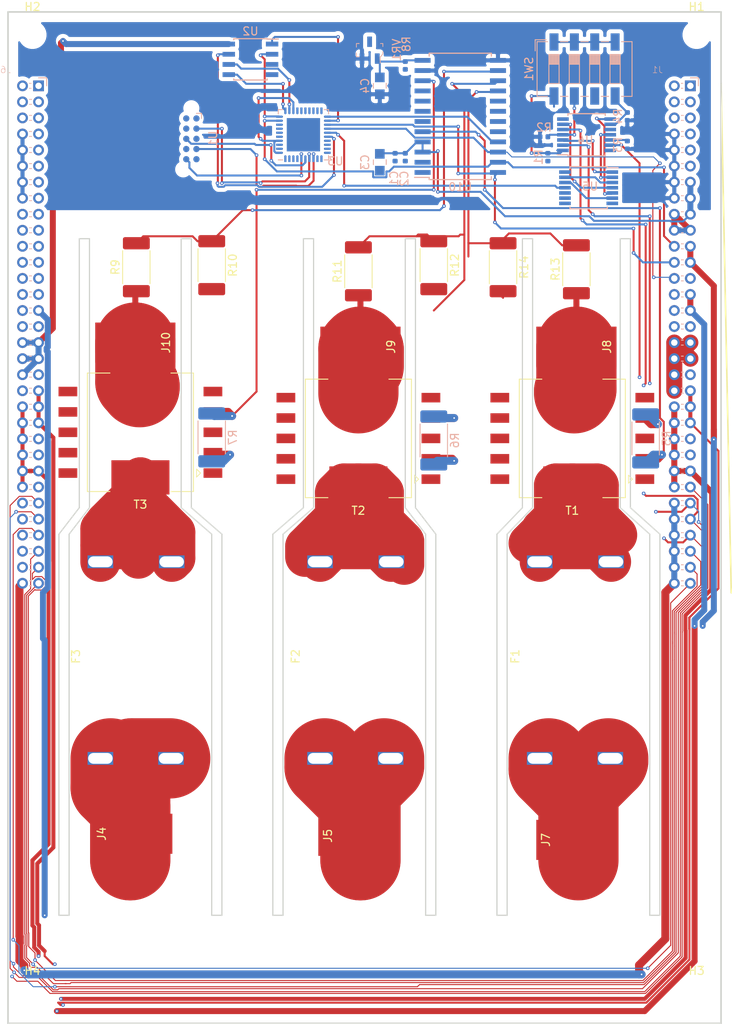
<source format=kicad_pcb>
(kicad_pcb (version 20171130) (host pcbnew "(5.1.0)-1")
  (layers (0 F.Cu signal) (1 In1.Cu signal) (2 In2.Cu signal) (31 B.Cu signal) (34 B.Paste user) (35 F.Paste user) (36 B.SilkS user) (37 F.SilkS user) (38 B.Mask user hide) (39 F.Mask user hide) (44 Edge.Cuts user))
  (net 0 "")
  (net 1 MUXD)
  (net 2 MUXE)
  (net 3 MUX1)
  (net 4 GND)
  (net 5 VAA)
  (net 6 HT)
  (net 7 MUXF)
  (net 8 +5V)
  (net 9 +3V3)
  (net 10 +1V8)
  (net 11 -5V)
  (net 12 -3V3)
  (net 13 MUXA)
  (net 14 MUX2)
  (net 15 LO)
  (net 16 +12V)
  (net 17 MUXC)
  (net 18 MUXB)
  (net 19 3_REL)
  (net 20 2_REL)
  (net 21 1_REL)
  (net 22 RS232INV)
  (net 23 VDC)
  (net 24 "Net-(R6-Pad1)")
  (net 25 "Net-(R5-Pad2)")
  (net 26 "Net-(U10-Pad1)")
  (net 27 "Net-(R7-Pad2)")
  (net 28 "Net-(U10-Pad17)")
  (net 29 "Net-(U10-Pad19)")
  (net 30 "Net-(U10-Pad20)")
  (net 31 "Net-(U4-Pad3)")
  (net 32 "Net-(U4-Pad11)")
  (net 33 "Net-(U5-Pad10)")
  (net 34 "Net-(U5-Pad7)")
  (net 35 /Micro/SS)
  (net 36 "Net-(U5-Pad12)")
  (net 37 "Net-(U5-Pad13)")
  (net 38 "Net-(U5-Pad14)")
  (net 39 "Net-(R1-Pad1)")
  (net 40 "Net-(R2-Pad1)")
  (net 41 /Micro/CSB)
  (net 42 /Micro/SOMIB)
  (net 43 /Micro/SIMOB)
  (net 44 /Micro/SCKB)
  (net 45 /Micro/\HOLD)
  (net 46 "Net-(U3-Pad1)")
  (net 47 A0)
  (net 48 A1)
  (net 49 A2)
  (net 50 SCLK0)
  (net 51 "Net-(U3-Pad20)")
  (net 52 MISO0)
  (net 53 MOSI0)
  (net 54 A3)
  (net 55 A4)
  (net 56 /Micro/TCK)
  (net 57 /Micro/TMS)
  (net 58 /Micro/TDI)
  (net 59 /Micro/TDO)
  (net 60 "Net-(U3-Pad37)")
  (net 61 S0)
  (net 62 S1)
  (net 63 S2)
  (net 64 S3)
  (net 65 VD)
  (net 66 "Net-(U1-Pad10)")
  (net 67 "Net-(U1-Pad9)")
  (net 68 "Net-(U1-Pad7)")
  (net 69 "Net-(U1-Pad5)")
  (net 70 "Net-(U4-Pad6)")
  (net 71 "Net-(U4-Pad8)")
  (net 72 "Net-(U5-Pad8)")
  (net 73 "Net-(U5-Pad9)")
  (net 74 "Net-(U4-Pad7)")
  (net 75 "Net-(U4-Pad14)")
  (net 76 "Net-(R4-Pad1)")
  (net 77 "Net-(R3-Pad1)")
  (net 78 "Net-(C4-Pad1)")
  (net 79 /ADE7758/PCIN)
  (net 80 "Net-(F1-Pad1)")
  (net 81 /ADE7758/PBIN)
  (net 82 "Net-(F2-Pad1)")
  (net 83 /ADE7758/PAIN)
  (net 84 "Net-(F3-Pad1)")
  (net 85 1.25V)
  (net 86 +2V5)
  (net 87 SCLK1)
  (net 88 MOSI1)
  (net 89 MISO1)
  (net 90 /ADE7758/PAOUT)
  (net 91 /ADE7758/PBOUT)
  (net 92 /ADE7758/PCOUT)
  (net 93 "Net-(R5-Pad1)")
  (net 94 "Net-(R6-Pad2)")
  (net 95 "Net-(R7-Pad1)")
  (net 96 /ADE7758/PCS)
  (net 97 /ADE7758/PBS)
  (net 98 /ADE7758/PAS)
  (net 99 "Net-(T1-Pad10)")
  (net 100 "Net-(T1-Pad9)")
  (net 101 "Net-(T1-Pad8)")
  (net 102 "Net-(T1-Pad7)")
  (net 103 "Net-(T1-Pad6)")
  (net 104 "Net-(T1-Pad5)")
  (net 105 "Net-(T1-Pad3)")
  (net 106 "Net-(T1-Pad1)")
  (net 107 "Net-(T2-Pad10)")
  (net 108 "Net-(T2-Pad9)")
  (net 109 "Net-(T2-Pad8)")
  (net 110 "Net-(T2-Pad7)")
  (net 111 "Net-(T2-Pad6)")
  (net 112 "Net-(T2-Pad5)")
  (net 113 "Net-(T2-Pad3)")
  (net 114 "Net-(T2-Pad1)")
  (net 115 "Net-(T3-Pad10)")
  (net 116 "Net-(T3-Pad9)")
  (net 117 "Net-(T3-Pad8)")
  (net 118 "Net-(T3-Pad7)")
  (net 119 "Net-(T3-Pad6)")
  (net 120 "Net-(T3-Pad5)")
  (net 121 "Net-(T3-Pad3)")
  (net 122 "Net-(T3-Pad1)")
  (net 123 CSADE)
  (net 124 /ADE7758/\IRQ)
  (net 125 "Net-(VR1-Pad3)")
  (module Resistor_SMD:R_2512_6332Metric_Pad1.52x3.35mm_HandSolder (layer F.Cu) (at 182.372 50.546 90)
    (fp_text reference R9 (at 0 -2.62 90) (layer F.SilkS))
    (fp_text value R_US)
    (pad 2 smd roundrect (at 2.9875 0 90) (size 1.525 3.35) (layers F.Cu F.Paste F.Mask) (roundrect_rratio 0.163934) (net 96 /ADE7758/PCS))
    (pad 1 smd roundrect (at -2.9875 0 90) (size 1.525 3.35) (layers F.Cu F.Paste F.Mask) (roundrect_rratio 0.163934) (net 92 /ADE7758/PCOUT))
  )
  (module .pretty:C_0402_1005Metric (layer B.Cu) (at 215.9 25.4 90)
    (fp_text reference R8 (at 2.663896 0.12841 90) (layer B.SilkS) (effects (justify mirror)))
    (fp_text value 1K)
    (pad 1 smd roundrect (at -0.485 0 90) (size 0.59 0.64) (layers B.Cu B.Paste B.Mask) (net 9 +3V3))
    (pad 2 smd roundrect (at 0.485 0 90) (size 0.59 0.64) (layers B.Cu B.Paste B.Mask) (net 78 "Net-(C4-Pad1)"))
  )
  (module Fuse:0606LittleFuse (layer F.Cu) (at 174.334 99.06 90)
    (fp_text reference F3 (at 0 0.5 90) (layer F.SilkS))
    (fp_text value Fuse)
    (fp_poly (pts (xy -13.618 4.93) (xy -13.618 10.772) (xy -11.84 10.772) (xy -11.84 4.93)) (layer F.Cu) (width 0.1))
    (fp_poly (pts (xy 10.922 5.08) (xy 10.922 10.922) (xy 12.7 10.922) (xy 12.7 5.08)) (layer F.Cu) (width 0.1))
    (pad 2 thru_hole rect (at 11.8 12.446 90) (size 1.6 3.2) (drill oval 1.35 3.05) (layers *.Cu *.Mask) (net 83 /ADE7758/PAIN))
    (pad 2 thru_hole rect (at 11.8 3.556 90) (size 1.6 3.2) (drill oval 1.35 3.05) (layers *.Cu *.Mask) (net 83 /ADE7758/PAIN))
    (pad 1 thru_hole rect (at -12.7 12.356 90) (size 1.6 3.2) (drill oval 1.35 3.05) (layers *.Cu *.Mask) (net 84 "Net-(F3-Pad1)"))
    (pad 1 thru_hole rect (at -12.7 3.556 90) (size 1.6 3.2) (drill oval 1.35 3.05) (layers *.Cu *.Mask) (net 84 "Net-(F3-Pad1)"))
  )
  (module Fuse:0606LittleFuse (layer F.Cu) (at 201.721 99.06 90)
    (fp_text reference F2 (at 0 0.5 90) (layer F.SilkS))
    (fp_text value Fuse)
    (fp_poly (pts (xy -13.618 4.93) (xy -13.618 10.772) (xy -11.84 10.772) (xy -11.84 4.93)) (layer F.Cu) (width 0.1))
    (fp_poly (pts (xy 10.922 5.08) (xy 10.922 10.922) (xy 12.7 10.922) (xy 12.7 5.08)) (layer F.Cu) (width 0.1))
    (pad 2 thru_hole rect (at 11.8 12.446 90) (size 1.6 3.2) (drill oval 1.35 3.05) (layers *.Cu *.Mask) (net 81 /ADE7758/PBIN))
    (pad 2 thru_hole rect (at 11.8 3.556 90) (size 1.6 3.2) (drill oval 1.35 3.05) (layers *.Cu *.Mask) (net 81 /ADE7758/PBIN))
    (pad 1 thru_hole rect (at -12.7 12.356 90) (size 1.6 3.2) (drill oval 1.35 3.05) (layers *.Cu *.Mask) (net 82 "Net-(F2-Pad1)"))
    (pad 1 thru_hole rect (at -12.7 3.556 90) (size 1.6 3.2) (drill oval 1.35 3.05) (layers *.Cu *.Mask) (net 82 "Net-(F2-Pad1)"))
  )
  (module Fuse:0606LittleFuse (layer F.Cu) (at 229.108 99.06 90)
    (fp_text reference F1 (at 0 0.5 90) (layer F.SilkS))
    (fp_text value Fuse)
    (fp_poly (pts (xy -13.618 4.93) (xy -13.618 10.772) (xy -11.84 10.772) (xy -11.84 4.93)) (layer F.Cu) (width 0.1))
    (fp_poly (pts (xy 10.922 5.08) (xy 10.922 10.922) (xy 12.7 10.922) (xy 12.7 5.08)) (layer F.Cu) (width 0.1))
    (pad 2 thru_hole rect (at 11.8 12.446 90) (size 1.6 3.2) (drill oval 1.35 3.05) (layers *.Cu *.Mask) (net 79 /ADE7758/PCIN))
    (pad 2 thru_hole rect (at 11.8 3.556 90) (size 1.6 3.2) (drill oval 1.35 3.05) (layers *.Cu *.Mask) (net 79 /ADE7758/PCIN))
    (pad 1 thru_hole rect (at -12.7 12.356 90) (size 1.6 3.2) (drill oval 1.35 3.05) (layers *.Cu *.Mask) (net 80 "Net-(F1-Pad1)"))
    (pad 1 thru_hole rect (at -12.7 3.556 90) (size 1.6 3.2) (drill oval 1.35 3.05) (layers *.Cu *.Mask) (net 80 "Net-(F1-Pad1)"))
  )
  (module Resistor_SMD:R_0402_1005Metric (layer B.Cu) (at 243.586 31.75 270)
    (fp_text reference R4 (at 0 1.17 270) (layer B.SilkS) (effects (justify mirror)))
    (fp_text value 100k)
    (pad 2 smd roundrect (at 0.485 0 270) (size 0.59 0.64) (layers B.Cu B.Paste B.Mask) (net 4 GND))
    (pad 1 smd roundrect (at -0.485 0 270) (size 0.59 0.64) (layers B.Cu B.Paste B.Mask) (net 76 "Net-(R4-Pad1)"))
  )
  (module Resistor_SMD:R_0402_1005Metric (layer B.Cu) (at 243.586 35.306 270)
    (fp_text reference R3 (at 0 1.17 270) (layer B.SilkS) (effects (justify mirror)))
    (fp_text value 100k)
    (pad 2 smd roundrect (at 0.485 0 270) (size 0.59 0.64) (layers B.Cu B.Paste B.Mask) (net 4 GND))
    (pad 1 smd roundrect (at -0.485 0 270) (size 0.59 0.64) (layers B.Cu B.Paste B.Mask) (net 77 "Net-(R3-Pad1)"))
  )
  (module Resistor_SMD:R_0402_1005Metric (layer B.Cu) (at 233.195 34.29 180)
    (fp_text reference R2 (at 0 1.17 180) (layer B.SilkS) (effects (justify mirror)))
    (fp_text value 100k)
    (pad 2 smd roundrect (at 0.485 0 180) (size 0.59 0.64) (layers B.Cu B.Paste B.Mask) (net 4 GND))
    (pad 1 smd roundrect (at -0.485 0 180) (size 0.59 0.64) (layers B.Cu B.Paste B.Mask) (net 40 "Net-(R2-Pad1)"))
  )
  (module Resistor_SMD:R_0402_1005Metric (layer B.Cu) (at 233.68 36.83 270)
    (fp_text reference R1 (at 0 1.17 270) (layer B.SilkS) (effects (justify mirror)))
    (fp_text value 100k)
    (pad 2 smd roundrect (at 0.485 0 270) (size 0.59 0.64) (layers B.Cu B.Paste B.Mask) (net 4 GND))
    (pad 1 smd roundrect (at -0.485 0 270) (size 0.59 0.64) (layers B.Cu B.Paste B.Mask) (net 39 "Net-(R1-Pad1)"))
  )
  (module Resistor_SMD:R_2512_6332Metric_Pad1.52x3.35mm_HandSolder (layer B.Cu) (at 191.77 71.755 90)
    (fp_text reference R7 (at 0 2.62 90) (layer B.SilkS) (effects (justify mirror)))
    (fp_text value " YAG5136CT-ND ")
    (pad 2 smd roundrect (at 2.9875 0 90) (size 1.525 3.35) (layers B.Cu B.Paste B.Mask) (roundrect_rratio 0.163934) (net 27 "Net-(R7-Pad2)"))
    (pad 1 smd roundrect (at -2.9875 0 90) (size 1.525 3.35) (layers B.Cu B.Paste B.Mask) (roundrect_rratio 0.163934) (net 95 "Net-(R7-Pad1)"))
  )
  (module Resistor_SMD:R_2512_6332Metric_Pad1.52x3.35mm_HandSolder (layer B.Cu) (at 219.456 72.136 90)
    (fp_text reference R6 (at 0 2.62 90) (layer B.SilkS) (effects (justify mirror)))
    (fp_text value " YAG5136CT-ND ")
    (pad 2 smd roundrect (at 2.9875 0 90) (size 1.525 3.35) (layers B.Cu B.Paste B.Mask) (roundrect_rratio 0.163934) (net 94 "Net-(R6-Pad2)"))
    (pad 1 smd roundrect (at -2.9875 0 90) (size 1.525 3.35) (layers B.Cu B.Paste B.Mask) (roundrect_rratio 0.163934) (net 24 "Net-(R6-Pad1)"))
  )
  (module Resistor_SMD:R_2512_6332Metric_Pad1.52x3.35mm_HandSolder (layer B.Cu) (at 245.872 71.882 90)
    (fp_text reference R5 (at 0 2.62 90) (layer B.SilkS) (effects (justify mirror)))
    (fp_text value " YAG5136CT-ND ")
    (pad 2 smd roundrect (at 2.9875 0 90) (size 1.525 3.35) (layers B.Cu B.Paste B.Mask) (roundrect_rratio 0.163934) (net 25 "Net-(R5-Pad2)"))
    (pad 1 smd roundrect (at -2.9875 0 90) (size 1.525 3.35) (layers B.Cu B.Paste B.Mask) (roundrect_rratio 0.163934) (net 93 "Net-(R5-Pad1)"))
  )
  (module Connector_Wire:SolderWirePad_1x01_SMD_5x10mm (layer F.Cu) (at 182.245 59.944 270)
    (fp_text reference J10 (at 0 -3.81 270) (layer F.SilkS))
    (fp_text value Conn_01x01_Female)
    (pad 1 smd rect (at 0 0 270) (size 5 10) (layers F.Cu F.Paste F.Mask) (net 92 /ADE7758/PCOUT))
  )
  (module Connector_Wire:SolderWirePad_1x01_SMD_5x10mm (layer F.Cu) (at 210.312 60.452 270)
    (fp_text reference J9 (at 0 -3.81 270) (layer F.SilkS))
    (fp_text value Conn_01x01_Female)
    (pad 1 smd rect (at 0 0 270) (size 5 10) (layers F.Cu F.Paste F.Mask) (net 91 /ADE7758/PBOUT))
  )
  (module Connector_Wire:SolderWirePad_1x01_SMD_5x10mm (layer F.Cu) (at 237.236 60.452 270)
    (fp_text reference J8 (at 0 -3.81 270) (layer F.SilkS))
    (fp_text value Conn_01x01_Female)
    (pad 1 smd rect (at 0 0 270) (size 5 10) (layers F.Cu F.Paste F.Mask) (net 90 /ADE7758/PAOUT))
  )
  (module Connector_Wire:SolderWirePad_1x01_SMD_5x10mm (layer F.Cu) (at 237.236 121.92 90)
    (fp_text reference J7 (at 0 -3.81 90) (layer F.SilkS))
    (fp_text value Conn_01x01_Female)
    (pad 1 smd rect (at 0 0 90) (size 5 10) (layers F.Cu F.Paste F.Mask) (net 80 "Net-(F1-Pad1)"))
  )
  (module Connector_Wire:SolderWirePad_1x01_SMD_5x10mm (layer F.Cu) (at 210.058 121.412 90)
    (fp_text reference J5 (at 0 -3.81 90) (layer F.SilkS))
    (fp_text value Conn_01x01_Female)
    (pad 1 smd rect (at 0 0 90) (size 5 10) (layers F.Cu F.Paste F.Mask) (net 82 "Net-(F2-Pad1)"))
  )
  (module Connector_Wire:SolderWirePad_1x01_SMD_5x10mm (layer F.Cu) (at 181.864 121.158 90)
    (fp_text reference J4 (at 0 -3.81 90) (layer F.SilkS))
    (fp_text value Conn_01x01_Female)
    (pad 1 smd rect (at 0 0 90) (size 5 10) (layers F.Cu F.Paste F.Mask) (net 84 "Net-(F3-Pad1)"))
  )
  (module digikey-footprints:SOT-23-3 (layer B.Cu) (at 211.455 23.495 90)
    (fp_text reference VR1 (at 0.025 3.375 90) (layer B.SilkS) (effects (justify mirror)))
    (fp_text value LM4040D25FTA)
    (pad 1 smd rect (at -1.05 0.95 90) (size 1.3 0.6) (layers B.Cu B.Paste B.Mask) (net 78 "Net-(C4-Pad1)"))
    (pad 2 smd rect (at -1.05 -0.95 90) (size 1.3 0.6) (layers B.Cu B.Paste B.Mask) (net 4 GND))
    (pad 3 smd rect (at 1.05 0 90) (size 1.3 0.6) (layers B.Cu B.Paste B.Mask) (net 125 "Net-(VR1-Pad3)"))
  )
  (module Package_SO:SOIC-24W_7.5x15.4mm_P1.27mm (layer B.Cu) (at 222.758 31.75)
    (fp_text reference U10 (at 0 8.8) (layer B.SilkS) (effects (justify mirror)))
    (fp_text value ADE7758)
    (pad 24 smd rect (at 4.7 6.985) (size 2 0.6) (layers B.Cu B.Paste B.Mask) (net 52 MISO0))
    (pad 23 smd rect (at 4.7 5.715) (size 2 0.6) (layers B.Cu B.Paste B.Mask) (net 50 SCLK0))
    (pad 22 smd rect (at 4.7 4.445) (size 2 0.6) (layers B.Cu B.Paste B.Mask) (net 53 MOSI0))
    (pad 21 smd rect (at 4.7 3.175) (size 2 0.6) (layers B.Cu B.Paste B.Mask) (net 123 CSADE))
    (pad 20 smd rect (at 4.7 1.905) (size 2 0.6) (layers B.Cu B.Paste B.Mask) (net 30 "Net-(U10-Pad20)"))
    (pad 19 smd rect (at 4.7 0.635) (size 2 0.6) (layers B.Cu B.Paste B.Mask) (net 29 "Net-(U10-Pad19)"))
    (pad 18 smd rect (at 4.7 -0.635) (size 2 0.6) (layers B.Cu B.Paste B.Mask) (net 124 /ADE7758/\IRQ))
    (pad 17 smd rect (at 4.7 -1.905) (size 2 0.6) (layers B.Cu B.Paste B.Mask) (net 28 "Net-(U10-Pad17)"))
    (pad 16 smd rect (at 4.7 -3.175) (size 2 0.6) (layers B.Cu B.Paste B.Mask) (net 98 /ADE7758/PAS))
    (pad 15 smd rect (at 4.7 -4.445) (size 2 0.6) (layers B.Cu B.Paste B.Mask) (net 97 /ADE7758/PBS))
    (pad 14 smd rect (at 4.7 -5.715) (size 2 0.6) (layers B.Cu B.Paste B.Mask) (net 96 /ADE7758/PCS))
    (pad 13 smd rect (at 4.7 -6.985) (size 2 0.6) (layers B.Cu B.Paste B.Mask) (net 4 GND))
    (pad 12 smd rect (at -4.7 -6.985) (size 2 0.6) (layers B.Cu B.Paste B.Mask) (net 78 "Net-(C4-Pad1)"))
    (pad 11 smd rect (at -4.7 -5.715) (size 2 0.6) (layers B.Cu B.Paste B.Mask) (net 4 GND))
    (pad 10 smd rect (at -4.7 -4.445) (size 2 0.6) (layers B.Cu B.Paste B.Mask) (net 27 "Net-(R7-Pad2)"))
    (pad 9 smd rect (at -4.7 -3.175) (size 2 0.6) (layers B.Cu B.Paste B.Mask) (net 95 "Net-(R7-Pad1)"))
    (pad 8 smd rect (at -4.7 -1.905) (size 2 0.6) (layers B.Cu B.Paste B.Mask) (net 94 "Net-(R6-Pad2)"))
    (pad 7 smd rect (at -4.7 -0.635) (size 2 0.6) (layers B.Cu B.Paste B.Mask) (net 24 "Net-(R6-Pad1)"))
    (pad 6 smd rect (at -4.7 0.635) (size 2 0.6) (layers B.Cu B.Paste B.Mask) (net 25 "Net-(R5-Pad2)"))
    (pad 5 smd rect (at -4.7 1.905) (size 2 0.6) (layers B.Cu B.Paste B.Mask) (net 93 "Net-(R5-Pad1)"))
    (pad 4 smd rect (at -4.7 3.175) (size 2 0.6) (layers B.Cu B.Paste B.Mask) (net 8 +5V))
    (pad 3 smd rect (at -4.7 4.445) (size 2 0.6) (layers B.Cu B.Paste B.Mask) (net 8 +5V))
    (pad 2 smd rect (at -4.7 5.715) (size 2 0.6) (layers B.Cu B.Paste B.Mask) (net 4 GND))
    (pad 1 smd rect (at -4.7 6.985) (size 2 0.6) (layers B.Cu B.Paste B.Mask) (net 26 "Net-(U10-Pad1)"))
  )
  (module Transformer_SMD:Transformer_Coilcraft_CST2010 (layer F.Cu) (at 182.88 71.12 180)
    (fp_text reference T3 (at 0 -9 180) (layer F.SilkS))
    (fp_text value CST2010_Split)
    (pad 10 smd rect (at 9.04 -5.08 180) (size 2.34 1.19) (layers F.Cu F.Paste F.Mask) (net 115 "Net-(T3-Pad10)"))
    (pad 9 smd rect (at 9.04 -2.54 180) (size 2.34 1.19) (layers F.Cu F.Paste F.Mask) (net 116 "Net-(T3-Pad9)"))
    (pad 8 smd rect (at 9.04 0 180) (size 2.34 1.19) (layers F.Cu F.Paste F.Mask) (net 117 "Net-(T3-Pad8)"))
    (pad 7 smd rect (at 9.04 2.54 180) (size 2.34 1.19) (layers F.Cu F.Paste F.Mask) (net 118 "Net-(T3-Pad7)"))
    (pad 6 smd rect (at 9.04 5.08 180) (size 2.34 1.19) (layers F.Cu F.Paste F.Mask) (net 119 "Net-(T3-Pad6)"))
    (pad 5 smd rect (at -9.04 5.08 180) (size 2.34 1.19) (layers F.Cu F.Paste F.Mask) (net 120 "Net-(T3-Pad5)"))
    (pad 4 smd rect (at -9.04 2.54 180) (size 2.34 1.19) (layers F.Cu F.Paste F.Mask) (net 27 "Net-(R7-Pad2)"))
    (pad 3 smd rect (at -9.04 0 180) (size 2.34 1.19) (layers F.Cu F.Paste F.Mask) (net 121 "Net-(T3-Pad3)"))
    (pad 2 smd rect (at -9.04 -2.54 180) (size 2.34 1.19) (layers F.Cu F.Paste F.Mask) (net 95 "Net-(R7-Pad1)"))
    (pad 1 smd rect (at -9.04 -5.08 180) (size 2.34 1.19) (layers F.Cu F.Paste F.Mask) (net 122 "Net-(T3-Pad1)"))
    (pad 12 smd rect (at 0 5.62 180) (size 7.24 4.27) (layers F.Cu F.Paste F.Mask) (net 92 /ADE7758/PCOUT))
    (pad 11 smd rect (at 0 -5.62 180) (size 7.24 4.27) (layers F.Cu F.Paste F.Mask) (net 83 /ADE7758/PAIN))
  )
  (module Transformer_SMD:Transformer_Coilcraft_CST2010 (layer F.Cu) (at 210.058 71.882 180)
    (fp_text reference T2 (at 0 -9 180) (layer F.SilkS))
    (fp_text value CST2010_Split)
    (pad 10 smd rect (at 9.04 -5.08 180) (size 2.34 1.19) (layers F.Cu F.Paste F.Mask) (net 107 "Net-(T2-Pad10)"))
    (pad 9 smd rect (at 9.04 -2.54 180) (size 2.34 1.19) (layers F.Cu F.Paste F.Mask) (net 108 "Net-(T2-Pad9)"))
    (pad 8 smd rect (at 9.04 0 180) (size 2.34 1.19) (layers F.Cu F.Paste F.Mask) (net 109 "Net-(T2-Pad8)"))
    (pad 7 smd rect (at 9.04 2.54 180) (size 2.34 1.19) (layers F.Cu F.Paste F.Mask) (net 110 "Net-(T2-Pad7)"))
    (pad 6 smd rect (at 9.04 5.08 180) (size 2.34 1.19) (layers F.Cu F.Paste F.Mask) (net 111 "Net-(T2-Pad6)"))
    (pad 5 smd rect (at -9.04 5.08 180) (size 2.34 1.19) (layers F.Cu F.Paste F.Mask) (net 112 "Net-(T2-Pad5)"))
    (pad 4 smd rect (at -9.04 2.54 180) (size 2.34 1.19) (layers F.Cu F.Paste F.Mask) (net 94 "Net-(R6-Pad2)"))
    (pad 3 smd rect (at -9.04 0 180) (size 2.34 1.19) (layers F.Cu F.Paste F.Mask) (net 113 "Net-(T2-Pad3)"))
    (pad 2 smd rect (at -9.04 -2.54 180) (size 2.34 1.19) (layers F.Cu F.Paste F.Mask) (net 24 "Net-(R6-Pad1)"))
    (pad 1 smd rect (at -9.04 -5.08 180) (size 2.34 1.19) (layers F.Cu F.Paste F.Mask) (net 114 "Net-(T2-Pad1)"))
    (pad 12 smd rect (at 0 5.62 180) (size 7.24 4.27) (layers F.Cu F.Paste F.Mask) (net 91 /ADE7758/PBOUT))
    (pad 11 smd rect (at 0 -5.62 180) (size 7.24 4.27) (layers F.Cu F.Paste F.Mask) (net 81 /ADE7758/PBIN))
  )
  (module Transformer_SMD:Transformer_Coilcraft_CST2010 (layer F.Cu) (at 236.728 71.882 180)
    (fp_text reference T1 (at 0 -9 180) (layer F.SilkS))
    (fp_text value CST2010_Split)
    (pad 10 smd rect (at 9.04 -5.08 180) (size 2.34 1.19) (layers F.Cu F.Paste F.Mask) (net 99 "Net-(T1-Pad10)"))
    (pad 9 smd rect (at 9.04 -2.54 180) (size 2.34 1.19) (layers F.Cu F.Paste F.Mask) (net 100 "Net-(T1-Pad9)"))
    (pad 8 smd rect (at 9.04 0 180) (size 2.34 1.19) (layers F.Cu F.Paste F.Mask) (net 101 "Net-(T1-Pad8)"))
    (pad 7 smd rect (at 9.04 2.54 180) (size 2.34 1.19) (layers F.Cu F.Paste F.Mask) (net 102 "Net-(T1-Pad7)"))
    (pad 6 smd rect (at 9.04 5.08 180) (size 2.34 1.19) (layers F.Cu F.Paste F.Mask) (net 103 "Net-(T1-Pad6)"))
    (pad 5 smd rect (at -9.04 5.08 180) (size 2.34 1.19) (layers F.Cu F.Paste F.Mask) (net 104 "Net-(T1-Pad5)"))
    (pad 4 smd rect (at -9.04 2.54 180) (size 2.34 1.19) (layers F.Cu F.Paste F.Mask) (net 25 "Net-(R5-Pad2)"))
    (pad 3 smd rect (at -9.04 0 180) (size 2.34 1.19) (layers F.Cu F.Paste F.Mask) (net 105 "Net-(T1-Pad3)"))
    (pad 2 smd rect (at -9.04 -2.54 180) (size 2.34 1.19) (layers F.Cu F.Paste F.Mask) (net 93 "Net-(R5-Pad1)"))
    (pad 1 smd rect (at -9.04 -5.08 180) (size 2.34 1.19) (layers F.Cu F.Paste F.Mask) (net 106 "Net-(T1-Pad1)"))
    (pad 12 smd rect (at 0 5.62 180) (size 7.24 4.27) (layers F.Cu F.Paste F.Mask) (net 90 /ADE7758/PAOUT))
    (pad 11 smd rect (at 0 -5.62 180) (size 7.24 4.27) (layers F.Cu F.Paste F.Mask) (net 79 /ADE7758/PCIN))
  )
  (module Resistor_SMD:R_2512_6332Metric_Pad1.52x3.35mm_HandSolder (layer F.Cu) (at 228.092 50.546 270)
    (fp_text reference R14 (at 0 -2.62 270) (layer F.SilkS))
    (fp_text value 5K)
    (pad 2 smd roundrect (at 2.9875 0 270) (size 1.525 3.35) (layers F.Cu F.Paste F.Mask) (roundrect_rratio 0.163934) (net 4 GND))
    (pad 1 smd roundrect (at -2.9875 0 270) (size 1.525 3.35) (layers F.Cu F.Paste F.Mask) (roundrect_rratio 0.163934) (net 98 /ADE7758/PAS))
  )
  (module Resistor_SMD:R_2512_6332Metric_Pad1.52x3.35mm_HandSolder (layer F.Cu) (at 237.236 50.8 90)
    (fp_text reference R13 (at 0 -2.62 90) (layer F.SilkS))
    (fp_text value R_US)
    (pad 2 smd roundrect (at 2.9875 0 90) (size 1.525 3.35) (layers F.Cu F.Paste F.Mask) (roundrect_rratio 0.163934) (net 98 /ADE7758/PAS))
    (pad 1 smd roundrect (at -2.9875 0 90) (size 1.525 3.35) (layers F.Cu F.Paste F.Mask) (roundrect_rratio 0.163934) (net 90 /ADE7758/PAOUT))
  )
  (module Resistor_SMD:R_2512_6332Metric_Pad1.52x3.35mm_HandSolder (layer F.Cu) (at 219.456 50.292 270)
    (fp_text reference R12 (at 0 -2.62 270) (layer F.SilkS))
    (fp_text value 5K)
    (pad 2 smd roundrect (at 2.9875 0 270) (size 1.525 3.35) (layers F.Cu F.Paste F.Mask) (roundrect_rratio 0.163934) (net 4 GND))
    (pad 1 smd roundrect (at -2.9875 0 270) (size 1.525 3.35) (layers F.Cu F.Paste F.Mask) (roundrect_rratio 0.163934) (net 97 /ADE7758/PBS))
  )
  (module Resistor_SMD:R_2512_6332Metric_Pad1.52x3.35mm_HandSolder (layer F.Cu) (at 210.058 51.054 90)
    (fp_text reference R11 (at 0 -2.62 90) (layer F.SilkS))
    (fp_text value R_US)
    (pad 2 smd roundrect (at 2.9875 0 90) (size 1.525 3.35) (layers F.Cu F.Paste F.Mask) (roundrect_rratio 0.163934) (net 97 /ADE7758/PBS))
    (pad 1 smd roundrect (at -2.9875 0 90) (size 1.525 3.35) (layers F.Cu F.Paste F.Mask) (roundrect_rratio 0.163934) (net 91 /ADE7758/PBOUT))
  )
  (module Resistor_SMD:R_2512_6332Metric_Pad1.52x3.35mm_HandSolder (layer F.Cu) (at 191.77 50.292 270)
    (fp_text reference R10 (at 0 -2.62 270) (layer F.SilkS))
    (fp_text value 5K)
    (pad 2 smd roundrect (at 2.9875 0 270) (size 1.525 3.35) (layers F.Cu F.Paste F.Mask) (roundrect_rratio 0.163934) (net 4 GND))
    (pad 1 smd roundrect (at -2.9875 0 270) (size 1.525 3.35) (layers F.Cu F.Paste F.Mask) (roundrect_rratio 0.163934) (net 96 /ADE7758/PCS))
  )
  (module Connector:PinHeader_2x32_P2.00mm_VerticalOpp (layer B.Cu) (at 170.18 27.94 180)
    (fp_text reference J6 (at 4.1 2 180) (layer B.SilkS) (effects (font (size 0.81 0.81) (thickness 0.0625)) (justify mirror)))
    (fp_text value Conn_02x32_Counter_Clockwise_MountingPin)
    (pad 1 thru_hole rect (at 0 0 180) (size 1.35 1.35) (drill 0.8) (layers *.Cu *.Mask) (net 10 +1V8))
    (pad 2 thru_hole oval (at 2 0 180) (size 1.35 1.35) (drill 0.8) (layers *.Cu *.Mask) (net 15 LO))
    (pad 3 thru_hole oval (at 0 -2 180) (size 1.35 1.35) (drill 0.8) (layers *.Cu *.Mask) (net 10 +1V8))
    (pad 4 thru_hole oval (at 2 -2 180) (size 1.35 1.35) (drill 0.8) (layers *.Cu *.Mask) (net 15 LO))
    (pad 5 thru_hole oval (at 0 -4 180) (size 1.35 1.35) (drill 0.8) (layers *.Cu *.Mask) (net 10 +1V8))
    (pad 6 thru_hole oval (at 2 -4 180) (size 1.35 1.35) (drill 0.8) (layers *.Cu *.Mask) (net 15 LO))
    (pad 7 thru_hole oval (at 0 -6 180) (size 1.35 1.35) (drill 0.8) (layers *.Cu *.Mask) (net 16 +12V))
    (pad 8 thru_hole oval (at 2 -6 180) (size 1.35 1.35) (drill 0.8) (layers *.Cu *.Mask) (net 4 GND))
    (pad 9 thru_hole oval (at 0 -8 180) (size 1.35 1.35) (drill 0.8) (layers *.Cu *.Mask) (net 16 +12V))
    (pad 10 thru_hole oval (at 2 -8 180) (size 1.35 1.35) (drill 0.8) (layers *.Cu *.Mask) (net 4 GND))
    (pad 11 thru_hole oval (at 0 -10 180) (size 1.35 1.35) (drill 0.8) (layers *.Cu *.Mask) (net 16 +12V))
    (pad 12 thru_hole oval (at 2 -10 180) (size 1.35 1.35) (drill 0.8) (layers *.Cu *.Mask) (net 4 GND))
    (pad 13 thru_hole oval (at 0 -12 180) (size 1.35 1.35) (drill 0.8) (layers *.Cu *.Mask) (net 8 +5V))
    (pad 14 thru_hole oval (at 2 -12 180) (size 1.35 1.35) (drill 0.8) (layers *.Cu *.Mask) (net 4 GND))
    (pad 15 thru_hole oval (at 0 -14 180) (size 1.35 1.35) (drill 0.8) (layers *.Cu *.Mask) (net 8 +5V))
    (pad 16 thru_hole oval (at 2 -14 180) (size 1.35 1.35) (drill 0.8) (layers *.Cu *.Mask) (net 4 GND))
    (pad 17 thru_hole oval (at 0 -16 180) (size 1.35 1.35) (drill 0.8) (layers *.Cu *.Mask) (net 8 +5V))
    (pad 18 thru_hole oval (at 2 -16 180) (size 1.35 1.35) (drill 0.8) (layers *.Cu *.Mask) (net 11 -5V))
    (pad 19 thru_hole oval (at 0 -18 180) (size 1.35 1.35) (drill 0.8) (layers *.Cu *.Mask) (net 11 -5V))
    (pad 20 thru_hole oval (at 2 -18 180) (size 1.35 1.35) (drill 0.8) (layers *.Cu *.Mask) (net 11 -5V))
    (pad 21 thru_hole oval (at 0 -20 180) (size 1.35 1.35) (drill 0.8) (layers *.Cu *.Mask) (net 6 HT))
    (pad 22 thru_hole oval (at 2 -20 180) (size 1.35 1.35) (drill 0.8) (layers *.Cu *.Mask) (net 50 SCLK0))
    (pad 23 thru_hole oval (at 0 -22 180) (size 1.35 1.35) (drill 0.8) (layers *.Cu *.Mask) (net 6 HT))
    (pad 24 thru_hole oval (at 2 -22 180) (size 1.35 1.35) (drill 0.8) (layers *.Cu *.Mask) (net 52 MISO0))
    (pad 25 thru_hole oval (at 0 -24 180) (size 1.35 1.35) (drill 0.8) (layers *.Cu *.Mask) (net 85 1.25V))
    (pad 26 thru_hole oval (at 2 -24 180) (size 1.35 1.35) (drill 0.8) (layers *.Cu *.Mask) (net 53 MOSI0))
    (pad 27 thru_hole oval (at 0 -26 180) (size 1.35 1.35) (drill 0.8) (layers *.Cu *.Mask) (net 12 -3V3))
    (pad 28 thru_hole oval (at 2 -26 180) (size 1.35 1.35) (drill 0.8) (layers *.Cu *.Mask) (net 86 +2V5))
    (pad 29 thru_hole oval (at 0 -28 180) (size 1.35 1.35) (drill 0.8) (layers *.Cu *.Mask) (net 12 -3V3))
    (pad 30 thru_hole oval (at 2 -28 180) (size 1.35 1.35) (drill 0.8) (layers *.Cu *.Mask) (net 4 GND))
    (pad 31 thru_hole oval (at 0 -30 180) (size 1.35 1.35) (drill 0.8) (layers *.Cu *.Mask) (net 4 GND))
    (pad 32 thru_hole oval (at 2 -30 180) (size 1.35 1.35) (drill 0.8) (layers *.Cu *.Mask) (net 4 GND))
    (pad 33 thru_hole oval (at 0 -32 180) (size 1.35 1.35) (drill 0.8) (layers *.Cu *.Mask) (net 9 +3V3))
    (pad 34 thru_hole oval (at 2 -32 180) (size 1.35 1.35) (drill 0.8) (layers *.Cu *.Mask) (net 9 +3V3))
    (pad 35 thru_hole oval (at 0 -34 180) (size 1.35 1.35) (drill 0.8) (layers *.Cu *.Mask) (net 9 +3V3))
    (pad 36 thru_hole oval (at 2 -34 180) (size 1.35 1.35) (drill 0.8) (layers *.Cu *.Mask) (net 9 +3V3))
    (pad 37 thru_hole oval (at 0 -36 180) (size 1.35 1.35) (drill 0.8) (layers *.Cu *.Mask) (net 4 GND))
    (pad 38 thru_hole oval (at 2 -36 180) (size 1.35 1.35) (drill 0.8) (layers *.Cu *.Mask) (net 9 +3V3))
    (pad 39 thru_hole oval (at 0 -38 180) (size 1.35 1.35) (drill 0.8) (layers *.Cu *.Mask) (net 5 VAA))
    (pad 40 thru_hole oval (at 2 -38 180) (size 1.35 1.35) (drill 0.8) (layers *.Cu *.Mask) (net 9 +3V3))
    (pad 41 thru_hole oval (at 0 -40 180) (size 1.35 1.35) (drill 0.8) (layers *.Cu *.Mask) (net 5 VAA))
    (pad 42 thru_hole oval (at 2 -40 180) (size 1.35 1.35) (drill 0.8) (layers *.Cu *.Mask) (net 65 VD))
    (pad 43 thru_hole oval (at 0 -42 180) (size 1.35 1.35) (drill 0.8) (layers *.Cu *.Mask) (net 5 VAA))
    (pad 44 thru_hole oval (at 2 -42 180) (size 1.35 1.35) (drill 0.8) (layers *.Cu *.Mask) (net 65 VD))
    (pad 45 thru_hole oval (at 0 -44 180) (size 1.35 1.35) (drill 0.8) (layers *.Cu *.Mask) (net 4 GND))
    (pad 46 thru_hole oval (at 2 -44 180) (size 1.35 1.35) (drill 0.8) (layers *.Cu *.Mask) (net 65 VD))
    (pad 47 thru_hole oval (at 0 -46 180) (size 1.35 1.35) (drill 0.8) (layers *.Cu *.Mask) (net 4 GND))
    (pad 48 thru_hole oval (at 2 -46 180) (size 1.35 1.35) (drill 0.8) (layers *.Cu *.Mask) (net 65 VD))
    (pad 49 thru_hole oval (at 0 -48 180) (size 1.35 1.35) (drill 0.8) (layers *.Cu *.Mask) (net 65 VD))
    (pad 50 thru_hole oval (at 2 -48 180) (size 1.35 1.35) (drill 0.8) (layers *.Cu *.Mask) (net 65 VD))
    (pad 51 thru_hole oval (at 0 -50 180) (size 1.35 1.35) (drill 0.8) (layers *.Cu *.Mask) (net 64 S3))
    (pad 52 thru_hole oval (at 2 -50 180) (size 1.35 1.35) (drill 0.8) (layers *.Cu *.Mask) (net 65 VD))
    (pad 53 thru_hole oval (at 0 -52 180) (size 1.35 1.35) (drill 0.8) (layers *.Cu *.Mask) (net 63 S2))
    (pad 54 thru_hole oval (at 2 -52 180) (size 1.35 1.35) (drill 0.8) (layers *.Cu *.Mask) (net 23 VDC))
    (pad 55 thru_hole oval (at 0 -54 180) (size 1.35 1.35) (drill 0.8) (layers *.Cu *.Mask) (net 62 S1))
    (pad 56 thru_hole oval (at 2 -54 180) (size 1.35 1.35) (drill 0.8) (layers *.Cu *.Mask) (net 23 VDC))
    (pad 57 thru_hole oval (at 0 -56 180) (size 1.35 1.35) (drill 0.8) (layers *.Cu *.Mask) (net 61 S0))
    (pad 58 thru_hole oval (at 2 -56 180) (size 1.35 1.35) (drill 0.8) (layers *.Cu *.Mask) (net 23 VDC))
    (pad 59 thru_hole oval (at 0 -58 180) (size 1.35 1.35) (drill 0.8) (layers *.Cu *.Mask) (net 87 SCLK1))
    (pad 60 thru_hole oval (at 2 -58 180) (size 1.35 1.35) (drill 0.8) (layers *.Cu *.Mask) (net 23 VDC))
    (pad 61 thru_hole oval (at 0 -60 180) (size 1.35 1.35) (drill 0.8) (layers *.Cu *.Mask) (net 88 MOSI1))
    (pad 62 thru_hole oval (at 2 -60 180) (size 1.35 1.35) (drill 0.8) (layers *.Cu *.Mask) (net 23 VDC))
    (pad 63 thru_hole oval (at 0 -62 180) (size 1.35 1.35) (drill 0.8) (layers *.Cu *.Mask) (net 89 MISO1))
    (pad 64 thru_hole oval (at 2 -62 180) (size 1.35 1.35) (drill 0.8) (layers *.Cu *.Mask) (net 23 VDC))
  )
  (module Connector:PinHeader_2x32_P2.00mm_VerticalOpp (layer B.Cu) (at 251.4427 27.94 180)
    (fp_text reference J1 (at 4.1 2 180) (layer B.SilkS) (effects (font (size 0.81 0.81) (thickness 0.0625)) (justify mirror)))
    (fp_text value Conn_02x32_Counter_Clockwise_MountingPin)
    (pad 1 thru_hole rect (at 0 0 180) (size 1.35 1.35) (drill 0.8) (layers *.Cu *.Mask) (net 10 +1V8))
    (pad 2 thru_hole oval (at 2 0 180) (size 1.35 1.35) (drill 0.8) (layers *.Cu *.Mask) (net 15 LO))
    (pad 3 thru_hole oval (at 0 -2 180) (size 1.35 1.35) (drill 0.8) (layers *.Cu *.Mask) (net 10 +1V8))
    (pad 4 thru_hole oval (at 2 -2 180) (size 1.35 1.35) (drill 0.8) (layers *.Cu *.Mask) (net 15 LO))
    (pad 5 thru_hole oval (at 0 -4 180) (size 1.35 1.35) (drill 0.8) (layers *.Cu *.Mask) (net 10 +1V8))
    (pad 6 thru_hole oval (at 2 -4 180) (size 1.35 1.35) (drill 0.8) (layers *.Cu *.Mask) (net 15 LO))
    (pad 7 thru_hole oval (at 0 -6 180) (size 1.35 1.35) (drill 0.8) (layers *.Cu *.Mask) (net 16 +12V))
    (pad 8 thru_hole oval (at 2 -6 180) (size 1.35 1.35) (drill 0.8) (layers *.Cu *.Mask) (net 4 GND))
    (pad 9 thru_hole oval (at 0 -8 180) (size 1.35 1.35) (drill 0.8) (layers *.Cu *.Mask) (net 16 +12V))
    (pad 10 thru_hole oval (at 2 -8 180) (size 1.35 1.35) (drill 0.8) (layers *.Cu *.Mask) (net 4 GND))
    (pad 11 thru_hole oval (at 0 -10 180) (size 1.35 1.35) (drill 0.8) (layers *.Cu *.Mask) (net 16 +12V))
    (pad 12 thru_hole oval (at 2 -10 180) (size 1.35 1.35) (drill 0.8) (layers *.Cu *.Mask) (net 4 GND))
    (pad 13 thru_hole oval (at 0 -12 180) (size 1.35 1.35) (drill 0.8) (layers *.Cu *.Mask) (net 8 +5V))
    (pad 14 thru_hole oval (at 2 -12 180) (size 1.35 1.35) (drill 0.8) (layers *.Cu *.Mask) (net 4 GND))
    (pad 15 thru_hole oval (at 0 -14 180) (size 1.35 1.35) (drill 0.8) (layers *.Cu *.Mask) (net 8 +5V))
    (pad 16 thru_hole oval (at 2 -14 180) (size 1.35 1.35) (drill 0.8) (layers *.Cu *.Mask) (net 4 GND))
    (pad 17 thru_hole oval (at 0 -16 180) (size 1.35 1.35) (drill 0.8) (layers *.Cu *.Mask) (net 8 +5V))
    (pad 18 thru_hole oval (at 2 -16 180) (size 1.35 1.35) (drill 0.8) (layers *.Cu *.Mask) (net 11 -5V))
    (pad 19 thru_hole oval (at 0 -18 180) (size 1.35 1.35) (drill 0.8) (layers *.Cu *.Mask) (net 11 -5V))
    (pad 20 thru_hole oval (at 2 -18 180) (size 1.35 1.35) (drill 0.8) (layers *.Cu *.Mask) (net 11 -5V))
    (pad 21 thru_hole oval (at 0 -20 180) (size 1.35 1.35) (drill 0.8) (layers *.Cu *.Mask) (net 6 HT))
    (pad 22 thru_hole oval (at 2 -20 180) (size 1.35 1.35) (drill 0.8) (layers *.Cu *.Mask) (net 50 SCLK0))
    (pad 23 thru_hole oval (at 0 -22 180) (size 1.35 1.35) (drill 0.8) (layers *.Cu *.Mask) (net 6 HT))
    (pad 24 thru_hole oval (at 2 -22 180) (size 1.35 1.35) (drill 0.8) (layers *.Cu *.Mask) (net 52 MISO0))
    (pad 25 thru_hole oval (at 0 -24 180) (size 1.35 1.35) (drill 0.8) (layers *.Cu *.Mask) (net 85 1.25V))
    (pad 26 thru_hole oval (at 2 -24 180) (size 1.35 1.35) (drill 0.8) (layers *.Cu *.Mask) (net 53 MOSI0))
    (pad 27 thru_hole oval (at 0 -26 180) (size 1.35 1.35) (drill 0.8) (layers *.Cu *.Mask) (net 12 -3V3))
    (pad 28 thru_hole oval (at 2 -26 180) (size 1.35 1.35) (drill 0.8) (layers *.Cu *.Mask) (net 86 +2V5))
    (pad 29 thru_hole oval (at 0 -28 180) (size 1.35 1.35) (drill 0.8) (layers *.Cu *.Mask) (net 12 -3V3))
    (pad 30 thru_hole oval (at 2 -28 180) (size 1.35 1.35) (drill 0.8) (layers *.Cu *.Mask) (net 4 GND))
    (pad 31 thru_hole oval (at 0 -30 180) (size 1.35 1.35) (drill 0.8) (layers *.Cu *.Mask) (net 4 GND))
    (pad 32 thru_hole oval (at 2 -30 180) (size 1.35 1.35) (drill 0.8) (layers *.Cu *.Mask) (net 4 GND))
    (pad 33 thru_hole oval (at 0 -32 180) (size 1.35 1.35) (drill 0.8) (layers *.Cu *.Mask) (net 9 +3V3))
    (pad 34 thru_hole oval (at 2 -32 180) (size 1.35 1.35) (drill 0.8) (layers *.Cu *.Mask) (net 9 +3V3))
    (pad 35 thru_hole oval (at 0 -34 180) (size 1.35 1.35) (drill 0.8) (layers *.Cu *.Mask) (net 9 +3V3))
    (pad 36 thru_hole oval (at 2 -34 180) (size 1.35 1.35) (drill 0.8) (layers *.Cu *.Mask) (net 9 +3V3))
    (pad 37 thru_hole oval (at 0 -36 180) (size 1.35 1.35) (drill 0.8) (layers *.Cu *.Mask) (net 4 GND))
    (pad 38 thru_hole oval (at 2 -36 180) (size 1.35 1.35) (drill 0.8) (layers *.Cu *.Mask) (net 9 +3V3))
    (pad 39 thru_hole oval (at 0 -38 180) (size 1.35 1.35) (drill 0.8) (layers *.Cu *.Mask) (net 5 VAA))
    (pad 40 thru_hole oval (at 2 -38 180) (size 1.35 1.35) (drill 0.8) (layers *.Cu *.Mask) (net 9 +3V3))
    (pad 41 thru_hole oval (at 0 -40 180) (size 1.35 1.35) (drill 0.8) (layers *.Cu *.Mask) (net 5 VAA))
    (pad 42 thru_hole oval (at 2 -40 180) (size 1.35 1.35) (drill 0.8) (layers *.Cu *.Mask) (net 65 VD))
    (pad 43 thru_hole oval (at 0 -42 180) (size 1.35 1.35) (drill 0.8) (layers *.Cu *.Mask) (net 5 VAA))
    (pad 44 thru_hole oval (at 2 -42 180) (size 1.35 1.35) (drill 0.8) (layers *.Cu *.Mask) (net 65 VD))
    (pad 45 thru_hole oval (at 0 -44 180) (size 1.35 1.35) (drill 0.8) (layers *.Cu *.Mask) (net 4 GND))
    (pad 46 thru_hole oval (at 2 -44 180) (size 1.35 1.35) (drill 0.8) (layers *.Cu *.Mask) (net 65 VD))
    (pad 47 thru_hole oval (at 0 -46 180) (size 1.35 1.35) (drill 0.8) (layers *.Cu *.Mask) (net 4 GND))
    (pad 48 thru_hole oval (at 2 -46 180) (size 1.35 1.35) (drill 0.8) (layers *.Cu *.Mask) (net 65 VD))
    (pad 49 thru_hole oval (at 0 -48 180) (size 1.35 1.35) (drill 0.8) (layers *.Cu *.Mask) (net 65 VD))
    (pad 50 thru_hole oval (at 2 -48 180) (size 1.35 1.35) (drill 0.8) (layers *.Cu *.Mask) (net 65 VD))
    (pad 51 thru_hole oval (at 0 -50 180) (size 1.35 1.35) (drill 0.8) (layers *.Cu *.Mask) (net 64 S3))
    (pad 52 thru_hole oval (at 2 -50 180) (size 1.35 1.35) (drill 0.8) (layers *.Cu *.Mask) (net 65 VD))
    (pad 53 thru_hole oval (at 0 -52 180) (size 1.35 1.35) (drill 0.8) (layers *.Cu *.Mask) (net 63 S2))
    (pad 54 thru_hole oval (at 2 -52 180) (size 1.35 1.35) (drill 0.8) (layers *.Cu *.Mask) (net 23 VDC))
    (pad 55 thru_hole oval (at 0 -54 180) (size 1.35 1.35) (drill 0.8) (layers *.Cu *.Mask) (net 62 S1))
    (pad 56 thru_hole oval (at 2 -54 180) (size 1.35 1.35) (drill 0.8) (layers *.Cu *.Mask) (net 23 VDC))
    (pad 57 thru_hole oval (at 0 -56 180) (size 1.35 1.35) (drill 0.8) (layers *.Cu *.Mask) (net 61 S0))
    (pad 58 thru_hole oval (at 2 -56 180) (size 1.35 1.35) (drill 0.8) (layers *.Cu *.Mask) (net 23 VDC))
    (pad 59 thru_hole oval (at 0 -58 180) (size 1.35 1.35) (drill 0.8) (layers *.Cu *.Mask) (net 87 SCLK1))
    (pad 60 thru_hole oval (at 2 -58 180) (size 1.35 1.35) (drill 0.8) (layers *.Cu *.Mask) (net 23 VDC))
    (pad 61 thru_hole oval (at 0 -60 180) (size 1.35 1.35) (drill 0.8) (layers *.Cu *.Mask) (net 88 MOSI1))
    (pad 62 thru_hole oval (at 2 -60 180) (size 1.35 1.35) (drill 0.8) (layers *.Cu *.Mask) (net 23 VDC))
    (pad 63 thru_hole oval (at 0 -62 180) (size 1.35 1.35) (drill 0.8) (layers *.Cu *.Mask) (net 89 MISO1))
    (pad 64 thru_hole oval (at 2 -62 180) (size 1.35 1.35) (drill 0.8) (layers *.Cu *.Mask) (net 23 VDC))
  )
  (module MountingHole:MountingHole_2.5mm (layer F.Cu) (at 169.418 141.732)
    (fp_text reference H4 (at 0 -3.5) (layer F.SilkS))
    (fp_text value MountingHole)
    (pad 1 np_thru_hole circle (at 0 0) (size 2.5 2.5) (drill 2.5) (layers *.Cu *.Mask))
  )
  (module MountingHole:MountingHole_2.5mm (layer F.Cu) (at 252.222 141.732)
    (fp_text reference H3 (at 0 -3.5) (layer F.SilkS))
    (fp_text value MountingHole)
    (pad 1 np_thru_hole circle (at 0 0) (size 2.5 2.5) (drill 2.5) (layers *.Cu *.Mask))
  )
  (module MountingHole:MountingHole_2.5mm (layer F.Cu) (at 169.418 21.59)
    (fp_text reference H2 (at 0 -3.5) (layer F.SilkS))
    (fp_text value MountingHole)
    (pad 1 np_thru_hole circle (at 0 0) (size 2.5 2.5) (drill 2.5) (layers *.Cu *.Mask))
  )
  (module MountingHole:MountingHole_2.5mm (layer F.Cu) (at 252.222 21.59)
    (fp_text reference H1 (at 0 -3.5) (layer F.SilkS))
    (fp_text value MountingHole)
    (pad 1 np_thru_hole circle (at 0 0) (size 2.5 2.5) (drill 2.5) (layers *.Cu *.Mask))
  )
  (module .pretty:0805 (layer B.Cu) (at 212.725 27.94 270)
    (fp_text reference C4 (at 0 1.84 270) (layer B.SilkS) (effects (justify mirror)))
    (fp_text value 1uF)
    (pad 2 smd rect (at 1.05 0 270) (size 1.2 1.2) (layers B.Cu B.Paste B.Mask) (net 4 GND))
    (pad 1 smd rect (at -1.05 0 270) (size 1.2 1.2) (layers B.Cu B.Paste B.Mask) (net 78 "Net-(C4-Pad1)"))
  )
  (module .pretty:0805 (layer B.Cu) (at 212.725 37.465 270)
    (fp_text reference C3 (at 0 1.84 270) (layer B.SilkS) (effects (justify mirror)))
    (fp_text value 10uF)
    (pad 2 smd rect (at 1.05 0 270) (size 1.2 1.2) (layers B.Cu B.Paste B.Mask) (net 4 GND))
    (pad 1 smd rect (at -1.05 0 270) (size 1.2 1.2) (layers B.Cu B.Paste B.Mask) (net 8 +5V))
  )
  (module .pretty:C_0402_1005Metric (layer B.Cu) (at 215.9 36.83 270)
    (fp_text reference C2 (at 2.663896 0.12841 270) (layer B.SilkS) (effects (justify mirror)))
    (fp_text value 100nF)
    (pad 1 smd roundrect (at -0.485 0 270) (size 0.59 0.64) (layers B.Cu B.Paste B.Mask) (net 8 +5V))
    (pad 2 smd roundrect (at 0.485 0 270) (size 0.59 0.64) (layers B.Cu B.Paste B.Mask) (net 4 GND))
  )
  (module .pretty:C_0402_1005Metric (layer B.Cu) (at 214.63 36.83 270)
    (fp_text reference C1 (at 2.663896 0.12841 270) (layer B.SilkS) (effects (justify mirror)))
    (fp_text value 100pF)
    (pad 1 smd roundrect (at -0.485 0 270) (size 0.59 0.64) (layers B.Cu B.Paste B.Mask) (net 8 +5V))
    (pad 2 smd roundrect (at 0.485 0 270) (size 0.59 0.64) (layers B.Cu B.Paste B.Mask) (net 4 GND))
  )
  (module .pretty:Tag-Connect_TC2050-IDC-NL_2x05_P1.27mm_Vertical (layer B.Cu) (at 189.23 34.544 270)
    (fp_text reference U1 (at 0 -2.7 270) (layer B.SilkS) (effects (justify mirror)))
    (fp_text value TC2050-JTAG-SchematicAutomation-rescue)
    (pad 10 connect circle (at -2.54 0.635 270) (size 0.7874 0.7874) (layers B.Cu B.Mask) (net 66 "Net-(U1-Pad10)"))
    (pad 9 connect circle (at -1.27 0.635 270) (size 0.7874 0.7874) (layers B.Cu B.Mask) (net 67 "Net-(U1-Pad9)"))
    (pad 8 connect circle (at 0 0.635 270) (size 0.7874 0.7874) (layers B.Cu B.Mask) (net 58 /Micro/TDI))
    (pad 7 connect circle (at 1.27 0.635 270) (size 0.7874 0.7874) (layers B.Cu B.Mask) (net 68 "Net-(U1-Pad7)"))
    (pad 6 connect circle (at 2.54 0.635 270) (size 0.7874 0.7874) (layers B.Cu B.Mask) (net 59 /Micro/TDO))
    (pad 5 connect circle (at 2.54 -0.635 270) (size 0.7874 0.7874) (layers B.Cu B.Mask) (net 69 "Net-(U1-Pad5)"))
    (pad 4 connect circle (at 1.27 -0.635 270) (size 0.7874 0.7874) (layers B.Cu B.Mask) (net 56 /Micro/TCK))
    (pad 3 connect circle (at 0 -0.635 270) (size 0.7874 0.7874) (layers B.Cu B.Mask) (net 4 GND))
    (pad 2 connect circle (at -1.27 -0.635 270) (size 0.7874 0.7874) (layers B.Cu B.Mask) (net 57 /Micro/TMS))
    (pad 1 connect circle (at -2.54 -0.635 270) (size 0.7874 0.7874) (layers B.Cu B.Mask) (net 9 +3V3))
    (pad "" np_thru_hole circle (at -3.81 0 270) (size 0.9906 0.9906) (drill 0.9906) (layers *.Cu *.Mask))
    (pad "" np_thru_hole circle (at 3.81 -1.016 270) (size 0.9906 0.9906) (drill 0.9906) (layers *.Cu *.Mask))
    (pad "" np_thru_hole circle (at 3.81 1.016 270) (size 0.9906 0.9906) (drill 0.9906) (layers *.Cu *.Mask))
  )
  (module Package_SO:TSSOP-14_4.4x5mm_P0.65mm (layer B.Cu) (at 238.76 40.64 180)
    (fp_text reference U5 (at -0.1778 0.1651 180) (layer B.SilkS) (effects (justify mirror)))
    (fp_text value SN74LVC08APWR)
    (pad 1 smd rect (at -2.95 1.95 180) (size 1.45 0.45) (layers B.Cu B.Paste B.Mask) (net 31 "Net-(U4-Pad3)"))
    (pad 2 smd rect (at -2.95 1.3 180) (size 1.45 0.45) (layers B.Cu B.Paste B.Mask) (net 32 "Net-(U4-Pad11)"))
    (pad 3 smd rect (at -2.95 0.65 180) (size 1.45 0.45) (layers B.Cu B.Paste B.Mask) (net 37 "Net-(U5-Pad13)"))
    (pad 4 smd rect (at -2.95 0 180) (size 1.45 0.45) (layers B.Cu B.Paste B.Mask) (net 70 "Net-(U4-Pad6)"))
    (pad 5 smd rect (at -2.95 -0.65 180) (size 1.45 0.45) (layers B.Cu B.Paste B.Mask) (net 71 "Net-(U4-Pad8)"))
    (pad 6 smd rect (at -2.95 -1.3 180) (size 1.45 0.45) (layers B.Cu B.Paste B.Mask) (net 36 "Net-(U5-Pad12)"))
    (pad 7 smd rect (at -2.95 -1.95 180) (size 1.45 0.45) (layers B.Cu B.Paste B.Mask) (net 34 "Net-(U5-Pad7)"))
    (pad 8 smd rect (at 2.95 -1.95 180) (size 1.45 0.45) (layers B.Cu B.Paste B.Mask) (net 72 "Net-(U5-Pad8)"))
    (pad 9 smd rect (at 2.95 -1.3 180) (size 1.45 0.45) (layers B.Cu B.Paste B.Mask) (net 73 "Net-(U5-Pad9)"))
    (pad 10 smd rect (at 2.95 -0.65 180) (size 1.45 0.45) (layers B.Cu B.Paste B.Mask) (net 33 "Net-(U5-Pad10)"))
    (pad 11 smd rect (at 2.95 0 180) (size 1.45 0.45) (layers B.Cu B.Paste B.Mask) (net 35 /Micro/SS))
    (pad 12 smd rect (at 2.95 0.65 180) (size 1.45 0.45) (layers B.Cu B.Paste B.Mask) (net 36 "Net-(U5-Pad12)"))
    (pad 13 smd rect (at 2.95 1.3 180) (size 1.45 0.45) (layers B.Cu B.Paste B.Mask) (net 37 "Net-(U5-Pad13)"))
    (pad 14 smd rect (at 2.95 1.95 180) (size 1.45 0.45) (layers B.Cu B.Paste B.Mask) (net 38 "Net-(U5-Pad14)"))
  )
  (module Button_Switch_SMD:SW_DIP_SPSTx04_Slide_6.7x11.72mm_W6.73mm_P2.54mm_LowProfile_JPin (layer B.Cu) (at 238.252 25.845 270)
    (fp_text reference SW1 (at 0 6.92 270) (layer B.SilkS) (effects (justify mirror)))
    (fp_text value SW_DIP_x04)
    (pad 1 smd rect (at -3.365 3.81 270) (size 2.16 1.12) (layers B.Cu B.Paste B.Mask) (net 9 +3V3))
    (pad 5 smd rect (at 3.365 -3.81 270) (size 2.16 1.12) (layers B.Cu B.Paste B.Mask) (net 76 "Net-(R4-Pad1)"))
    (pad 2 smd rect (at -3.365 1.27 270) (size 2.16 1.12) (layers B.Cu B.Paste B.Mask) (net 9 +3V3))
    (pad 6 smd rect (at 3.365 -1.27 270) (size 2.16 1.12) (layers B.Cu B.Paste B.Mask) (net 77 "Net-(R3-Pad1)"))
    (pad 3 smd rect (at -3.365 -1.27 270) (size 2.16 1.12) (layers B.Cu B.Paste B.Mask) (net 9 +3V3))
    (pad 7 smd rect (at 3.365 1.27 270) (size 2.16 1.12) (layers B.Cu B.Paste B.Mask) (net 40 "Net-(R2-Pad1)"))
    (pad 4 smd rect (at -3.365 -3.81 270) (size 2.16 1.12) (layers B.Cu B.Paste B.Mask) (net 9 +3V3))
    (pad 8 smd rect (at 3.365 3.81 270) (size 2.16 1.12) (layers B.Cu B.Paste B.Mask) (net 39 "Net-(R1-Pad1)"))
  )
  (module Package_SO:TSSOP-14_4.4x5mm_P0.65mm (layer B.Cu) (at 238.506 34.036)
    (fp_text reference U4 (at -0.1524 0.6604) (layer B.SilkS) (effects (justify mirror)))
    (fp_text value SN74HC266DR)
    (pad 1 smd rect (at -2.95 1.95) (size 1.45 0.45) (layers B.Cu B.Paste B.Mask) (net 39 "Net-(R1-Pad1)"))
    (pad 2 smd rect (at -2.95 1.3) (size 1.45 0.45) (layers B.Cu B.Paste B.Mask) (net 61 S0))
    (pad 3 smd rect (at -2.95 0.65) (size 1.45 0.45) (layers B.Cu B.Paste B.Mask) (net 31 "Net-(U4-Pad3)"))
    (pad 4 smd rect (at -2.95 0) (size 1.45 0.45) (layers B.Cu B.Paste B.Mask) (net 40 "Net-(R2-Pad1)"))
    (pad 5 smd rect (at -2.95 -0.65) (size 1.45 0.45) (layers B.Cu B.Paste B.Mask) (net 62 S1))
    (pad 6 smd rect (at -2.95 -1.3) (size 1.45 0.45) (layers B.Cu B.Paste B.Mask) (net 70 "Net-(U4-Pad6)"))
    (pad 7 smd rect (at -2.95 -1.95) (size 1.45 0.45) (layers B.Cu B.Paste B.Mask) (net 74 "Net-(U4-Pad7)"))
    (pad 8 smd rect (at 2.95 -1.95) (size 1.45 0.45) (layers B.Cu B.Paste B.Mask) (net 71 "Net-(U4-Pad8)"))
    (pad 9 smd rect (at 2.95 -1.3) (size 1.45 0.45) (layers B.Cu B.Paste B.Mask) (net 76 "Net-(R4-Pad1)"))
    (pad 10 smd rect (at 2.95 -0.65) (size 1.45 0.45) (layers B.Cu B.Paste B.Mask) (net 64 S3))
    (pad 11 smd rect (at 2.95 0) (size 1.45 0.45) (layers B.Cu B.Paste B.Mask) (net 32 "Net-(U4-Pad11)"))
    (pad 12 smd rect (at 2.95 0.65) (size 1.45 0.45) (layers B.Cu B.Paste B.Mask) (net 77 "Net-(R3-Pad1)"))
    (pad 13 smd rect (at 2.95 1.3) (size 1.45 0.45) (layers B.Cu B.Paste B.Mask) (net 63 S2))
    (pad 14 smd rect (at 2.95 1.95) (size 1.45 0.45) (layers B.Cu B.Paste B.Mask) (net 75 "Net-(U4-Pad14)"))
  )
  (module Package_DFN_QFN:Texas_S-PVQFN-N40_EP4.15x4.15mm (layer B.Cu) (at 203.2 34.036)
    (fp_text reference U3 (at 3.9878 3.302) (layer B.SilkS) (effects (justify mirror)))
    (fp_text value MSP430G2755IRHA40)
    (pad 1 smd rect (at -3.045 2.25) (size 0.71 0.28) (layers B.Cu B.Paste B.Mask) (net 46 "Net-(U3-Pad1)"))
    (pad 1 smd circle (at -2.69 2.25) (size 0.28 0.28) (layers B.Cu B.Paste B.Mask) (net 46 "Net-(U3-Pad1)"))
    (pad 2 smd rect (at -3.045 1.75) (size 0.71 0.28) (layers B.Cu B.Paste B.Mask) (net 21 1_REL))
    (pad 2 smd circle (at -2.69 1.75) (size 0.28 0.28) (layers B.Cu B.Paste B.Mask) (net 21 1_REL))
    (pad 3 smd rect (at -3.045 1.25) (size 0.71 0.28) (layers B.Cu B.Paste B.Mask) (net 20 2_REL))
    (pad 3 smd circle (at -2.69 1.25) (size 0.28 0.28) (layers B.Cu B.Paste B.Mask) (net 20 2_REL))
    (pad 4 smd rect (at -3.045 0.75) (size 0.71 0.28) (layers B.Cu B.Paste B.Mask) (net 46 "Net-(U3-Pad1)"))
    (pad 4 smd circle (at -2.69 0.75) (size 0.28 0.28) (layers B.Cu B.Paste B.Mask) (net 46 "Net-(U3-Pad1)"))
    (pad 5 smd rect (at -3.045 0.25) (size 0.71 0.28) (layers B.Cu B.Paste B.Mask) (net 9 +3V3))
    (pad 5 smd circle (at -2.69 0.25) (size 0.28 0.28) (layers B.Cu B.Paste B.Mask) (net 9 +3V3))
    (pad 6 smd rect (at -3.045 -0.25) (size 0.71 0.28) (layers B.Cu B.Paste B.Mask) (net 47 A0))
    (pad 6 smd circle (at -2.69 -0.25) (size 0.28 0.28) (layers B.Cu B.Paste B.Mask) (net 47 A0))
    (pad 7 smd rect (at -3.045 -0.75) (size 0.71 0.28) (layers B.Cu B.Paste B.Mask) (net 48 A1))
    (pad 7 smd circle (at -2.69 -0.75) (size 0.28 0.28) (layers B.Cu B.Paste B.Mask) (net 48 A1))
    (pad 8 smd rect (at -3.045 -1.25) (size 0.71 0.28) (layers B.Cu B.Paste B.Mask) (net 49 A2))
    (pad 8 smd circle (at -2.69 -1.25) (size 0.28 0.28) (layers B.Cu B.Paste B.Mask) (net 49 A2))
    (pad 9 smd rect (at -3.045 -1.75) (size 0.71 0.28) (layers B.Cu B.Paste B.Mask) (net 50 SCLK0))
    (pad 9 smd circle (at -2.69 -1.75) (size 0.28 0.28) (layers B.Cu B.Paste B.Mask) (net 50 SCLK0))
    (pad 10 smd rect (at -3.045 -2.25) (size 0.71 0.28) (layers B.Cu B.Paste B.Mask) (net 42 /Micro/SOMIB))
    (pad 10 smd circle (at -2.69 -2.25) (size 0.28 0.28) (layers B.Cu B.Paste B.Mask) (net 42 /Micro/SOMIB))
    (pad 11 smd rect (at -2.25 -3.045) (size 0.28 0.71) (layers B.Cu B.Paste B.Mask) (net 43 /Micro/SIMOB))
    (pad 11 smd circle (at -2.25 -2.69) (size 0.28 0.28) (layers B.Cu B.Paste B.Mask) (net 43 /Micro/SIMOB))
    (pad 12 smd rect (at -1.75 -3.045) (size 0.28 0.71) (layers B.Cu B.Paste B.Mask) (net 44 /Micro/SCKB))
    (pad 12 smd circle (at -1.75 -2.69) (size 0.28 0.28) (layers B.Cu B.Paste B.Mask) (net 44 /Micro/SCKB))
    (pad 13 smd rect (at -1.25 -3.045) (size 0.28 0.71) (layers B.Cu B.Paste B.Mask) (net 46 "Net-(U3-Pad1)"))
    (pad 13 smd circle (at -1.25 -2.69) (size 0.28 0.28) (layers B.Cu B.Paste B.Mask) (net 46 "Net-(U3-Pad1)"))
    (pad 14 smd rect (at -0.75 -3.045) (size 0.28 0.71) (layers B.Cu B.Paste B.Mask) (net 9 +3V3))
    (pad 14 smd circle (at -0.75 -2.69) (size 0.28 0.28) (layers B.Cu B.Paste B.Mask) (net 9 +3V3))
    (pad 15 smd rect (at -0.25 -3.045) (size 0.28 0.71) (layers B.Cu B.Paste B.Mask) (net 17 MUXC))
    (pad 15 smd circle (at -0.25 -2.69) (size 0.28 0.28) (layers B.Cu B.Paste B.Mask) (net 17 MUXC))
    (pad 16 smd rect (at 0.25 -3.045) (size 0.28 0.71) (layers B.Cu B.Paste B.Mask) (net 18 MUXB))
    (pad 16 smd circle (at 0.25 -2.69) (size 0.28 0.28) (layers B.Cu B.Paste B.Mask) (net 18 MUXB))
    (pad 17 smd rect (at 0.75 -3.045) (size 0.28 0.71) (layers B.Cu B.Paste B.Mask) (net 13 MUXA))
    (pad 17 smd circle (at 0.75 -2.69) (size 0.28 0.28) (layers B.Cu B.Paste B.Mask) (net 13 MUXA))
    (pad 18 smd rect (at 1.25 -3.045) (size 0.28 0.71) (layers B.Cu B.Paste B.Mask) (net 14 MUX2))
    (pad 18 smd circle (at 1.25 -2.69) (size 0.28 0.28) (layers B.Cu B.Paste B.Mask) (net 14 MUX2))
    (pad 19 smd rect (at 1.75 -3.045) (size 0.28 0.71) (layers B.Cu B.Paste B.Mask) (net 22 RS232INV))
    (pad 19 smd circle (at 1.75 -2.69) (size 0.28 0.28) (layers B.Cu B.Paste B.Mask) (net 22 RS232INV))
    (pad 20 smd rect (at 2.25 -3.045) (size 0.28 0.71) (layers B.Cu B.Paste B.Mask) (net 51 "Net-(U3-Pad20)"))
    (pad 20 smd circle (at 2.25 -2.69) (size 0.28 0.28) (layers B.Cu B.Paste B.Mask) (net 51 "Net-(U3-Pad20)"))
    (pad 21 smd rect (at 3.045 -2.25) (size 0.71 0.28) (layers B.Cu B.Paste B.Mask) (net 123 CSADE))
    (pad 21 smd circle (at 2.69 -2.25) (size 0.28 0.28) (layers B.Cu B.Paste B.Mask) (net 123 CSADE))
    (pad 22 smd rect (at 3.045 -1.75) (size 0.71 0.28) (layers B.Cu B.Paste B.Mask) (net 41 /Micro/CSB))
    (pad 22 smd circle (at 2.69 -1.75) (size 0.28 0.28) (layers B.Cu B.Paste B.Mask) (net 41 /Micro/CSB))
    (pad 23 smd rect (at 3.045 -1.25) (size 0.71 0.28) (layers B.Cu B.Paste B.Mask) (net 52 MISO0))
    (pad 23 smd circle (at 2.69 -1.25) (size 0.28 0.28) (layers B.Cu B.Paste B.Mask) (net 52 MISO0))
    (pad 24 smd rect (at 3.045 -0.75) (size 0.71 0.28) (layers B.Cu B.Paste B.Mask) (net 53 MOSI0))
    (pad 24 smd circle (at 2.69 -0.75) (size 0.28 0.28) (layers B.Cu B.Paste B.Mask) (net 53 MOSI0))
    (pad 25 smd rect (at 3.045 -0.25) (size 0.71 0.28) (layers B.Cu B.Paste B.Mask) (net 35 /Micro/SS))
    (pad 25 smd circle (at 2.69 -0.25) (size 0.28 0.28) (layers B.Cu B.Paste B.Mask) (net 35 /Micro/SS))
    (pad 26 smd rect (at 3.045 0.25) (size 0.71 0.28) (layers B.Cu B.Paste B.Mask) (net 45 /Micro/\HOLD))
    (pad 26 smd circle (at 2.69 0.25) (size 0.28 0.28) (layers B.Cu B.Paste B.Mask) (net 45 /Micro/\HOLD))
    (pad 27 smd rect (at 3.045 0.75) (size 0.71 0.28) (layers B.Cu B.Paste B.Mask) (net 54 A3))
    (pad 27 smd circle (at 2.69 0.75) (size 0.28 0.28) (layers B.Cu B.Paste B.Mask) (net 54 A3))
    (pad 28 smd rect (at 3.045 1.25) (size 0.71 0.28) (layers B.Cu B.Paste B.Mask) (net 55 A4))
    (pad 28 smd circle (at 2.69 1.25) (size 0.28 0.28) (layers B.Cu B.Paste B.Mask) (net 55 A4))
    (pad 29 smd rect (at 3.045 1.75) (size 0.71 0.28) (layers B.Cu B.Paste B.Mask) (net 7 MUXF))
    (pad 29 smd circle (at 2.69 1.75) (size 0.28 0.28) (layers B.Cu B.Paste B.Mask) (net 7 MUXF))
    (pad 30 smd rect (at 3.045 2.25) (size 0.71 0.28) (layers B.Cu B.Paste B.Mask) (net 2 MUXE))
    (pad 30 smd circle (at 2.69 2.25) (size 0.28 0.28) (layers B.Cu B.Paste B.Mask) (net 2 MUXE))
    (pad 31 smd rect (at 2.25 3.045) (size 0.28 0.71) (layers B.Cu B.Paste B.Mask) (net 1 MUXD))
    (pad 31 smd circle (at 2.25 2.69) (size 0.28 0.28) (layers B.Cu B.Paste B.Mask) (net 1 MUXD))
    (pad 32 smd rect (at 1.75 3.045) (size 0.28 0.71) (layers B.Cu B.Paste B.Mask) (net 3 MUX1))
    (pad 32 smd circle (at 1.75 2.69) (size 0.28 0.28) (layers B.Cu B.Paste B.Mask) (net 3 MUX1))
    (pad 33 smd rect (at 1.25 3.045) (size 0.28 0.71) (layers B.Cu B.Paste B.Mask) (net 56 /Micro/TCK))
    (pad 33 smd circle (at 1.25 2.69) (size 0.28 0.28) (layers B.Cu B.Paste B.Mask) (net 56 /Micro/TCK))
    (pad 34 smd rect (at 0.75 3.045) (size 0.28 0.71) (layers B.Cu B.Paste B.Mask) (net 57 /Micro/TMS))
    (pad 34 smd circle (at 0.75 2.69) (size 0.28 0.28) (layers B.Cu B.Paste B.Mask) (net 57 /Micro/TMS))
    (pad 35 smd rect (at 0.25 3.045) (size 0.28 0.71) (layers B.Cu B.Paste B.Mask) (net 58 /Micro/TDI))
    (pad 35 smd circle (at 0.25 2.69) (size 0.28 0.28) (layers B.Cu B.Paste B.Mask) (net 58 /Micro/TDI))
    (pad 36 smd rect (at -0.25 3.045) (size 0.28 0.71) (layers B.Cu B.Paste B.Mask) (net 59 /Micro/TDO))
    (pad 36 smd circle (at -0.25 2.69) (size 0.28 0.28) (layers B.Cu B.Paste B.Mask) (net 59 /Micro/TDO))
    (pad 37 smd rect (at -0.75 3.045) (size 0.28 0.71) (layers B.Cu B.Paste B.Mask) (net 60 "Net-(U3-Pad37)"))
    (pad 37 smd circle (at -0.75 2.69) (size 0.28 0.28) (layers B.Cu B.Paste B.Mask) (net 60 "Net-(U3-Pad37)"))
    (pad 38 smd rect (at -1.25 3.045) (size 0.28 0.71) (layers B.Cu B.Paste B.Mask) (net 9 +3V3))
    (pad 38 smd circle (at -1.25 2.69) (size 0.28 0.28) (layers B.Cu B.Paste B.Mask) (net 9 +3V3))
    (pad 39 smd rect (at -1.75 3.045) (size 0.28 0.71) (layers B.Cu B.Paste B.Mask) (net 9 +3V3))
    (pad 39 smd circle (at -1.75 2.69) (size 0.28 0.28) (layers B.Cu B.Paste B.Mask) (net 9 +3V3))
    (pad 40 smd rect (at -2.25 3.045) (size 0.28 0.71) (layers B.Cu B.Paste B.Mask) (net 19 3_REL))
    (pad 40 smd circle (at -2.25 2.69) (size 0.28 0.28) (layers B.Cu B.Paste B.Mask) (net 19 3_REL))
    (pad 41 smd rect (at 0 0) (size 4.15 4.15) (layers B.Cu B.Mask))
  )
  (module Package_SO:SOIC-8_3.9x4.9mm_P1.27mm (layer B.Cu) (at 196.596 24.638 180)
    (fp_text reference U2 (at 0 3.5 180) (layer B.SilkS) (effects (justify mirror)))
    (fp_text value AT25SF081-SSHD-X)
    (pad 1 smd rect (at -2.7 1.905 180) (size 1.55 0.6) (layers B.Cu B.Paste B.Mask) (net 41 /Micro/CSB))
    (pad 2 smd rect (at -2.7 0.635 180) (size 1.55 0.6) (layers B.Cu B.Paste B.Mask) (net 42 /Micro/SOMIB))
    (pad 3 smd rect (at -2.7 -0.635 180) (size 1.55 0.6) (layers B.Cu B.Paste B.Mask) (net 9 +3V3))
    (pad 4 smd rect (at -2.7 -1.905 180) (size 1.55 0.6) (layers B.Cu B.Paste B.Mask) (net 4 GND))
    (pad 5 smd rect (at 2.7 -1.905 180) (size 1.55 0.6) (layers B.Cu B.Paste B.Mask) (net 43 /Micro/SIMOB))
    (pad 6 smd rect (at 2.7 -0.635 180) (size 1.55 0.6) (layers B.Cu B.Paste B.Mask) (net 44 /Micro/SCKB))
    (pad 7 smd rect (at 2.7 0.635 180) (size 1.55 0.6) (layers B.Cu B.Paste B.Mask) (net 45 /Micro/\HOLD))
    (pad 8 smd rect (at 2.7 1.905 180) (size 1.55 0.6) (layers B.Cu B.Paste B.Mask) (net 9 +3V3))
  )
  (gr_line (start 173.99 131.318) (end 172.72 131.318) (layer Edge.Cuts) (width 0.15))
  (gr_line (start 172.72 131.318) (end 172.72 83.82) (layer Edge.Cuts) (width 0.15))
  (gr_line (start 172.72 83.82) (end 175.26 80.518) (layer Edge.Cuts) (width 0.15))
  (gr_line (start 173.99 83.82) (end 173.99 131.318) (layer Edge.Cuts) (width 0.15))
  (gr_line (start 193.04 131.318) (end 191.77 131.318) (layer Edge.Cuts) (width 0.15))
  (gr_line (start 191.77 131.318) (end 191.77 83.82) (layer Edge.Cuts) (width 0.15))
  (gr_line (start 191.77 83.82) (end 187.96 80.518) (layer Edge.Cuts) (width 0.15))
  (gr_line (start 193.04 83.82) (end 193.04 131.318) (layer Edge.Cuts) (width 0.15))
  (gr_line (start 200.66 131.318) (end 199.39 131.318) (layer Edge.Cuts) (width 0.15))
  (gr_line (start 199.39 131.318) (end 199.39 83.82) (layer Edge.Cuts) (width 0.15))
  (gr_line (start 204.47 80.518) (end 200.66 83.82) (layer Edge.Cuts) (width 0.15))
  (gr_line (start 200.66 83.82) (end 200.66 131.318) (layer Edge.Cuts) (width 0.15))
  (gr_line (start 219.71 131.318) (end 218.44 131.318) (layer Edge.Cuts) (width 0.15))
  (gr_line (start 218.44 131.318) (end 218.44 83.82) (layer Edge.Cuts) (width 0.15))
  (gr_line (start 217.17 80.518) (end 219.71 83.82) (layer Edge.Cuts) (width 0.15))
  (gr_line (start 219.71 83.82) (end 219.71 131.318) (layer Edge.Cuts) (width 0.15))
  (gr_line (start 228.6 131.318) (end 227.33 131.318) (layer Edge.Cuts) (width 0.15))
  (gr_line (start 227.33 131.318) (end 227.33 83.82) (layer Edge.Cuts) (width 0.15))
  (gr_line (start 231.775 80.518) (end 228.6 83.82) (layer Edge.Cuts) (width 0.15))
  (gr_line (start 228.6 83.82) (end 228.6 131.318) (layer Edge.Cuts) (width 0.15))
  (gr_line (start 247.65 131.318) (end 246.38 131.318) (layer Edge.Cuts) (width 0.15))
  (gr_line (start 246.38 131.318) (end 246.38 83.82) (layer Edge.Cuts) (width 0.15))
  (gr_line (start 246.38 83.82) (end 242.697 80.518) (layer Edge.Cuts) (width 0.15))
  (gr_line (start 247.65 83.82) (end 247.65 131.318) (layer Edge.Cuts) (width 0.15))
  (gr_line (start 176.53 80.518) (end 173.99 83.82) (layer Edge.Cuts) (width 0.15))
  (gr_line (start 175.26 80.518) (end 175.26 46.99) (layer Edge.Cuts) (width 0.15))
  (gr_line (start 175.26 46.99) (end 176.53 46.99) (layer Edge.Cuts) (width 0.15))
  (gr_line (start 176.53 46.99) (end 176.53 80.518) (layer Edge.Cuts) (width 0.15))
  (gr_line (start 189.23 80.518) (end 193.04 83.82) (layer Edge.Cuts) (width 0.15))
  (gr_line (start 187.96 80.518) (end 187.96 46.99) (layer Edge.Cuts) (width 0.15))
  (gr_line (start 187.96 46.99) (end 189.23 46.99) (layer Edge.Cuts) (width 0.15))
  (gr_line (start 189.23 46.99) (end 189.23 80.518) (layer Edge.Cuts) (width 0.15))
  (gr_line (start 218.44 83.82) (end 215.9 80.518) (layer Edge.Cuts) (width 0.15))
  (gr_line (start 215.9 80.518) (end 215.9 46.99) (layer Edge.Cuts) (width 0.15))
  (gr_line (start 215.9 46.99) (end 217.17 46.99) (layer Edge.Cuts) (width 0.15))
  (gr_line (start 217.17 46.99) (end 217.17 80.518) (layer Edge.Cuts) (width 0.15))
  (gr_line (start 199.39 83.82) (end 203.2 80.518) (layer Edge.Cuts) (width 0.15))
  (gr_line (start 203.2 80.518) (end 203.2 46.99) (layer Edge.Cuts) (width 0.15))
  (gr_line (start 203.2 46.99) (end 204.47 46.99) (layer Edge.Cuts) (width 0.15))
  (gr_line (start 204.47 46.99) (end 204.47 80.518) (layer Edge.Cuts) (width 0.15))
  (gr_line (start 242.697 46.99) (end 243.967 46.99) (layer Edge.Cuts) (width 0.15))
  (gr_line (start 243.967 46.99) (end 243.967 80.518) (layer Edge.Cuts) (width 0.15))
  (gr_line (start 242.697 80.518) (end 242.697 46.99) (layer Edge.Cuts) (width 0.15))
  (gr_line (start 243.967 80.518) (end 247.65 83.82) (layer Edge.Cuts) (width 0.15))
  (gr_line (start 230.505 46.99) (end 231.775 46.99) (layer Edge.Cuts) (width 0.15))
  (gr_line (start 231.775 46.99) (end 231.775 80.518) (layer Edge.Cuts) (width 0.15))
  (gr_line (start 230.505 80.518) (end 230.505 46.99) (layer Edge.Cuts) (width 0.15))
  (gr_line (start 227.33 83.82) (end 230.505 80.518) (layer Edge.Cuts) (width 0.15))
  (gr_line (start 255.27 18.73) (end 255.27 27.62) (layer Edge.Cuts) (width 0.2))
  (gr_line (start 166.37 18.73) (end 255.27 18.73) (layer Edge.Cuts) (width 0.2))
  (gr_line (start 166.37 144.78) (end 166.37 18.73) (layer Edge.Cuts) (width 0.2))
  (gr_line (start 255.27 144.78) (end 166.37 144.78) (layer Edge.Cuts) (width 0.2))
  (gr_line (start 255.27 27.62) (end 255.27 144.78) (layer Edge.Cuts) (width 0.2))
  (gr_line (start 256.54 91.12) (end 255.27 27.62) (layer F.SilkS) (width 0.2))
  (segment (start 227.741992 54.005992) (end 228.092 54.356) (width 0.25) (layer F.Cu) (net 4))
  (segment (start 251.4427 69.94) (end 251.4427 65.94) (width 0.5) (layer F.Cu) (net 5))
  (segment (start 254.94499 90.581552) (end 251.30253 94.224012) (width 0.25) (layer F.Cu) (net 5))
  (segment (start 251.4427 69.94) (end 254.94499 73.44229) (width 0.25) (layer F.Cu) (net 5))
  (segment (start 254.94499 73.44229) (end 254.94499 90.581552) (width 0.25) (layer F.Cu) (net 5))
  (segment (start 251.30253 94.224012) (end 251.30253 95.61539) (width 0.25) (layer F.Cu) (net 5))
  (segment (start 251.30253 95.61539) (end 251.331517 95.644377) (width 0.25) (layer F.Cu) (net 5))
  (segment (start 251.331517 95.644377) (end 251.331517 95.758) (width 0.25) (layer F.Cu) (net 5))
  (segment (start 170.18 67.94) (end 170.18 69.94) (width 0.5) (layer F.Cu) (net 5))
  (segment (start 170.18 65.94) (end 170.18 67.94) (width 0.5) (layer F.Cu) (net 5))
  (segment (start 172.030021 71.790021) (end 172.030021 87.194021) (width 0.5) (layer F.Cu) (net 5))
  (segment (start 170.18 69.94) (end 172.030021 71.790021) (width 0.5) (layer F.Cu) (net 5))
  (segment (start 172.03002 72.273018) (end 172.03002 122.86398) (width 0.5) (layer F.Cu) (net 5))
  (segment (start 172.030021 87.194021) (end 172.030021 72.273019) (width 0.5) (layer F.Cu) (net 5))
  (segment (start 172.030021 72.273019) (end 172.03002 72.273018) (width 0.5) (layer F.Cu) (net 5))
  (segment (start 172.03002 122.86398) (end 170.01801 124.87599) (width 0.5) (layer F.Cu) (net 5))
  (segment (start 170.01801 132.339468) (end 170.239205 132.560663) (width 0.5) (layer F.Cu) (net 5))
  (segment (start 170.01801 124.87599) (end 170.01801 132.339468) (width 0.5) (layer F.Cu) (net 5))
  (segment (start 170.239205 135.077718) (end 170.942 135.780513) (width 0.5) (layer F.Cu) (net 5))
  (segment (start 170.239205 132.560663) (end 170.239205 135.077718) (width 0.5) (layer F.Cu) (net 5))
  (segment (start 170.942 135.780513) (end 170.942 136.398) (width 0.25) (layer F.Cu) (net 5))
  (via (at 172.212 137.414) (size 0.45) (drill 0.2) (layers F.Cu B.Cu) (net 5))
  (segment (start 170.942 136.398) (end 171.958 137.414) (width 0.25) (layer F.Cu) (net 5))
  (segment (start 171.958 137.414) (end 172.212 137.414) (width 0.25) (layer F.Cu) (net 5))
  (via (at 173.228 142.494) (size 0.45) (drill 0.2) (layers F.Cu B.Cu) (net 5))
  (segment (start 245.954344 142.20701) (end 251.331519 136.829835) (width 0.25) (layer F.Cu) (net 5))
  (segment (start 172.622812 142.20701) (end 245.954344 142.20701) (width 0.25) (layer F.Cu) (net 5))
  (segment (start 173.228 142.494) (end 172.909802 142.494) (width 0.25) (layer F.Cu) (net 5))
  (segment (start 172.909802 142.494) (end 172.622812 142.20701) (width 0.25) (layer F.Cu) (net 5))
  (segment (start 251.331519 94.253001) (end 251.30253 94.224012) (width 0.25) (layer F.Cu) (net 5))
  (segment (start 251.331519 136.829835) (end 251.331519 94.253001) (width 0.25) (layer F.Cu) (net 5))
  (segment (start 251.4427 47.94) (end 251.4427 49.94) (width 0.75) (layer F.Cu) (net 6))
  (segment (start 254.370621 52.867921) (end 254.370621 72.019379) (width 0.75) (layer F.Cu) (net 6))
  (segment (start 251.4427 49.94) (end 254.370621 52.867921) (width 0.75) (layer F.Cu) (net 6))
  (segment (start 254.370621 72.019379) (end 254.370621 70.749379) (width 0.75) (layer F.Cu) (net 6))
  (via (at 254.370621 72.019379) (size 0.45) (drill 0.2) (layers F.Cu B.Cu) (net 6))
  (segment (start 254.370621 72.019379) (end 254.370621 93.355379) (width 0.75) (layer B.Cu) (net 6))
  (via (at 252.984 95.25) (size 0.45) (drill 0.2) (layers F.Cu B.Cu) (net 6))
  (segment (start 254.370621 93.355379) (end 252.984 94.742) (width 0.75) (layer B.Cu) (net 6))
  (segment (start 252.984 94.742) (end 252.984 95.25) (width 0.75) (layer B.Cu) (net 6))
  (segment (start 215.938 36.345) (end 215.9 36.345) (width 0.25) (layer B.Cu) (net 8))
  (segment (start 217.358 34.925) (end 215.938 36.345) (width 0.25) (layer B.Cu) (net 8))
  (segment (start 218.058 34.925) (end 217.358 34.925) (width 0.25) (layer B.Cu) (net 8))
  (segment (start 215.9 36.345) (end 214.63 36.345) (width 0.25) (layer B.Cu) (net 8))
  (segment (start 212.795 36.345) (end 212.725 36.415) (width 0.25) (layer B.Cu) (net 8))
  (segment (start 214.63 36.345) (end 212.795 36.345) (width 0.25) (layer B.Cu) (net 8))
  (segment (start 218.058 36.195) (end 218.058 34.925) (width 0.25) (layer B.Cu) (net 8))
  (via (at 219.964 36.068) (size 0.45) (drill 0.2) (layers F.Cu B.Cu) (net 8))
  (segment (start 218.058 36.195) (end 219.837 36.195) (width 0.25) (layer B.Cu) (net 8))
  (segment (start 219.837 36.195) (end 219.964 36.068) (width 0.25) (layer B.Cu) (net 8))
  (via (at 219.964 41.148) (size 0.45) (drill 0.2) (layers F.Cu B.Cu) (net 8))
  (segment (start 219.964 36.068) (end 219.964 41.148) (width 0.25) (layer F.Cu) (net 8))
  (segment (start 219.964 41.148) (end 225.298 41.148) (width 0.25) (layer B.Cu) (net 8))
  (segment (start 250.542699 44.840001) (end 250.767701 44.614999) (width 0.25) (layer B.Cu) (net 8))
  (segment (start 249.010699 44.840001) (end 250.542699 44.840001) (width 0.25) (layer B.Cu) (net 8))
  (segment (start 248.932697 44.761999) (end 249.010699 44.840001) (width 0.25) (layer B.Cu) (net 8))
  (segment (start 239.421997 44.761999) (end 248.932697 44.761999) (width 0.25) (layer B.Cu) (net 8))
  (segment (start 238.855998 44.196) (end 239.421997 44.761999) (width 0.25) (layer B.Cu) (net 8))
  (segment (start 228.346 44.196) (end 238.855998 44.196) (width 0.25) (layer B.Cu) (net 8))
  (segment (start 250.767701 44.614999) (end 251.4427 43.94) (width 0.25) (layer B.Cu) (net 8))
  (segment (start 225.298 41.148) (end 228.346 44.196) (width 0.25) (layer B.Cu) (net 8))
  (segment (start 251.4427 43.94) (end 251.4427 39.94) (width 0.75) (layer B.Cu) (net 8))
  (segment (start 235.252 22.48) (end 242.062 22.48) (width 0.25) (layer B.Cu) (net 9))
  (segment (start 234.442 22.48) (end 235.252 22.48) (width 0.25) (layer B.Cu) (net 9))
  (segment (start 249.4427 63.94) (end 249.4427 65.94) (width 0.25) (layer F.Cu) (net 9))
  (segment (start 249.4427 65.94) (end 249.4427 59.94) (width 2) (layer F.Cu) (net 9))
  (segment (start 251.4427 59.94) (end 250.444 60.9387) (width 2) (layer F.Cu) (net 9))
  (segment (start 250.444 60.9413) (end 251.4427 61.94) (width 2) (layer F.Cu) (net 9))
  (segment (start 250.444 60.9387) (end 250.444 60.9413) (width 2) (layer F.Cu) (net 9))
  (segment (start 251.4427 61.94) (end 249.4427 59.94) (width 2) (layer F.Cu) (net 9))
  (segment (start 168.18 63.94) (end 170.18 61.94) (width 0.75) (layer B.Cu) (net 9))
  (segment (start 170.18 61.94) (end 168.18 61.94) (width 0.75) (layer B.Cu) (net 9))
  (segment (start 168.18 59.94) (end 170.18 59.94) (width 0.75) (layer B.Cu) (net 9))
  (segment (start 170.18 61.94) (end 170.18 59.94) (width 0.75) (layer B.Cu) (net 9))
  (segment (start 170.18 59.94) (end 171.958 58.162) (width 0.75) (layer F.Cu) (net 9))
  (segment (start 171.958 58.162) (end 171.958 32.512) (width 0.75) (layer F.Cu) (net 9))
  (segment (start 171.958 32.512) (end 172.974 31.496) (width 0.75) (layer F.Cu) (net 9))
  (segment (start 172.974 31.496) (end 172.974 22.606) (width 0.75) (layer F.Cu) (net 9))
  (via (at 173.228 22.352) (size 0.45) (drill 0.2) (layers F.Cu B.Cu) (net 9))
  (segment (start 172.974 22.606) (end 173.228 22.352) (width 0.75) (layer F.Cu) (net 9))
  (segment (start 173.609 22.733) (end 193.896 22.733) (width 0.75) (layer B.Cu) (net 9))
  (segment (start 173.228 22.352) (end 173.609 22.733) (width 0.75) (layer B.Cu) (net 9))
  (segment (start 249.4427 45.94) (end 251.4427 45.94) (width 0.75) (layer B.Cu) (net 11))
  (segment (start 251.4427 45.94) (end 249.4427 43.94) (width 0.75) (layer F.Cu) (net 11))
  (segment (start 249.4427 45.94) (end 249.4427 43.94) (width 0.75) (layer F.Cu) (net 11))
  (segment (start 251.4427 53.94) (end 251.4427 55.94) (width 0.75) (layer F.Cu) (net 12))
  (segment (start 253.176001 57.673301) (end 253.176001 93.279999) (width 0.75) (layer B.Cu) (net 12))
  (segment (start 251.4427 55.94) (end 253.176001 57.673301) (width 0.75) (layer B.Cu) (net 12))
  (via (at 251.968 95.25) (size 0.45) (drill 0.2) (layers F.Cu B.Cu) (net 12))
  (segment (start 253.176001 93.279999) (end 251.968 94.488) (width 0.75) (layer B.Cu) (net 12))
  (segment (start 251.968 94.488) (end 251.968 95.25) (width 0.75) (layer B.Cu) (net 12))
  (via (at 172.466 143.256) (size 0.45) (drill 0.2) (layers F.Cu B.Cu) (net 12))
  (segment (start 245.753896 143.256) (end 172.466 143.256) (width 0.75) (layer F.Cu) (net 12))
  (segment (start 251.968 95.25) (end 251.968 137.041896) (width 0.75) (layer F.Cu) (net 12))
  (segment (start 251.968 137.041896) (end 245.753896 143.256) (width 0.75) (layer F.Cu) (net 12))
  (via (at 170.942 131.318) (size 0.45) (drill 0.2) (layers F.Cu B.Cu) (net 12))
  (segment (start 170.942 131.318) (end 170.942 97.028) (width 0.75) (layer B.Cu) (net 12))
  (segment (start 170.854999 56.614999) (end 170.18 55.94) (width 0.75) (layer B.Cu) (net 12))
  (segment (start 171.330001 57.090001) (end 170.854999 56.614999) (width 0.75) (layer B.Cu) (net 12))
  (segment (start 171.330001 60.492001) (end 171.330001 57.090001) (width 0.75) (layer B.Cu) (net 12))
  (segment (start 171.196 60.626002) (end 171.330001 60.492001) (width 0.75) (layer B.Cu) (net 12))
  (segment (start 171.196 60.96) (end 171.196 60.626002) (width 0.75) (layer B.Cu) (net 12))
  (segment (start 171.330001 61.094001) (end 171.196 60.96) (width 0.75) (layer B.Cu) (net 12))
  (segment (start 171.330001 90.492001) (end 171.330001 61.094001) (width 0.75) (layer B.Cu) (net 12))
  (segment (start 170.732001 91.090001) (end 171.330001 90.492001) (width 0.75) (layer B.Cu) (net 12))
  (segment (start 170.732001 96.818001) (end 170.732001 91.090001) (width 0.75) (layer B.Cu) (net 12))
  (segment (start 170.942 97.028) (end 170.732001 96.818001) (width 0.75) (layer B.Cu) (net 12))
  (segment (start 249.4427 85.94) (end 249.4427 79.94) (width 0.75) (layer B.Cu) (net 23))
  (segment (start 249.4427 85.94) (end 249.4427 89.94) (width 0.75) (layer B.Cu) (net 23))
  (via (at 168.402 138.176) (size 0.45) (drill 0.2) (layers F.Cu B.Cu) (net 23))
  (via (at 245.364 138.684) (size 0.45) (drill 0.2) (layers F.Cu B.Cu) (net 23))
  (segment (start 245.045802 138.684) (end 245.364 138.684) (width 1) (layer B.Cu) (net 23))
  (segment (start 168.91 138.684) (end 245.045802 138.684) (width 1) (layer B.Cu) (net 23))
  (segment (start 168.402 138.176) (end 168.91 138.684) (width 1) (layer B.Cu) (net 23))
  (segment (start 249.4427 89.94) (end 248.32501 91.05769) (width 1) (layer F.Cu) (net 23))
  (segment (start 248.32501 91.05769) (end 248.32501 134.247988) (width 1) (layer F.Cu) (net 23))
  (segment (start 245.046999 137.525999) (end 245.046999 138.366999) (width 1) (layer F.Cu) (net 23))
  (segment (start 248.32501 134.247988) (end 245.046999 137.525999) (width 1) (layer F.Cu) (net 23))
  (segment (start 245.046999 138.366999) (end 245.139001 138.459001) (width 1) (layer F.Cu) (net 23))
  (segment (start 245.139001 138.459001) (end 245.364 138.684) (width 1) (layer F.Cu) (net 23))
  (segment (start 168.402 137.857802) (end 168.402 138.176) (width 1) (layer F.Cu) (net 23))
  (segment (start 167.797473 136.962563) (end 168.402 137.56709) (width 1) (layer F.Cu) (net 23))
  (segment (start 167.797473 134.809565) (end 167.797473 136.962563) (width 1) (layer F.Cu) (net 23))
  (segment (start 168.18 89.94) (end 167.797467 90.322533) (width 1) (layer F.Cu) (net 23))
  (segment (start 167.845036 133.969998) (end 167.845036 134.762002) (width 1) (layer F.Cu) (net 23))
  (segment (start 167.797467 133.922429) (end 167.845036 133.969998) (width 1) (layer F.Cu) (net 23))
  (segment (start 167.797467 90.322533) (end 167.797467 133.922429) (width 1) (layer F.Cu) (net 23))
  (segment (start 168.402 137.56709) (end 168.402 137.857802) (width 1) (layer F.Cu) (net 23))
  (segment (start 167.845036 134.762002) (end 167.797473 134.809565) (width 1) (layer F.Cu) (net 23))
  (via (at 221.996 74.676) (size 0.45) (drill 0.2) (layers F.Cu B.Cu) (net 24))
  (segment (start 219.098 74.422) (end 221.742 74.422) (width 1) (layer F.Cu) (net 24))
  (segment (start 221.742 74.422) (end 221.996 74.676) (width 1) (layer F.Cu) (net 24))
  (segment (start 219.9035 74.676) (end 219.456 75.1235) (width 1) (layer B.Cu) (net 24))
  (segment (start 221.996 74.676) (end 219.9035 74.676) (width 1) (layer B.Cu) (net 24))
  (via (at 247.396 70.104) (size 0.45) (drill 0.2) (layers F.Cu B.Cu) (net 25))
  (segment (start 245.872 68.8945) (end 246.1865 68.8945) (width 1) (layer B.Cu) (net 25))
  (segment (start 246.1865 68.8945) (end 247.396 70.104) (width 1) (layer B.Cu) (net 25))
  (segment (start 246.53 70.104) (end 245.768 69.342) (width 1) (layer F.Cu) (net 25))
  (segment (start 247.396 70.104) (end 246.53 70.104) (width 1) (layer F.Cu) (net 25))
  (via (at 194.31 69.088) (size 0.45) (drill 0.2) (layers F.Cu B.Cu) (net 27))
  (segment (start 191.92 68.58) (end 193.802 68.58) (width 1) (layer F.Cu) (net 27))
  (segment (start 193.802 68.58) (end 194.31 69.088) (width 1) (layer F.Cu) (net 27))
  (segment (start 192.0905 69.088) (end 191.77 68.7675) (width 1) (layer B.Cu) (net 27))
  (segment (start 194.31 69.088) (end 192.0905 69.088) (width 1) (layer B.Cu) (net 27))
  (via (at 219.456 27.432) (size 0.45) (drill 0.2) (layers F.Cu B.Cu) (net 27))
  (segment (start 218.058 27.305) (end 219.329 27.305) (width 0.25) (layer B.Cu) (net 27))
  (segment (start 219.329 27.305) (end 219.456 27.432) (width 0.25) (layer B.Cu) (net 27))
  (via (at 219.456 40.894) (size 0.45) (drill 0.2) (layers F.Cu B.Cu) (net 27))
  (segment (start 219.456 27.432) (end 219.456 40.894) (width 0.25) (layer F.Cu) (net 27))
  (via (at 197.358 40.894) (size 0.45) (drill 0.2) (layers F.Cu B.Cu) (net 27))
  (segment (start 219.456 40.894) (end 197.358 40.894) (width 0.25) (layer B.Cu) (net 27))
  (via (at 194.31 69.088) (size 0.45) (drill 0.2) (layers F.Cu B.Cu) (net 27))
  (segment (start 197.358 40.894) (end 197.358 66.04) (width 0.25) (layer F.Cu) (net 27))
  (segment (start 197.358 66.04) (end 194.31 69.088) (width 0.25) (layer F.Cu) (net 27))
  (via (at 239.522 38.608) (size 0.45) (drill 0.2) (layers F.Cu B.Cu) (net 31))
  (segment (start 241.71 38.69) (end 239.604 38.69) (width 0.25) (layer B.Cu) (net 31))
  (segment (start 239.604 38.69) (end 239.522 38.608) (width 0.25) (layer B.Cu) (net 31))
  (via (at 239.268 34.798) (size 0.45) (drill 0.2) (layers F.Cu B.Cu) (net 31))
  (segment (start 239.522 38.608) (end 239.268 38.354) (width 0.25) (layer F.Cu) (net 31))
  (segment (start 239.268 38.354) (end 239.268 34.798) (width 0.25) (layer F.Cu) (net 31))
  (segment (start 235.668 34.798) (end 235.556 34.686) (width 0.25) (layer B.Cu) (net 31))
  (segment (start 239.268 34.798) (end 235.668 34.798) (width 0.25) (layer B.Cu) (net 31))
  (via (at 240.284 39.37) (size 0.45) (drill 0.2) (layers F.Cu B.Cu) (net 32))
  (segment (start 241.71 39.34) (end 240.314 39.34) (width 0.25) (layer B.Cu) (net 32))
  (segment (start 240.314 39.34) (end 240.284 39.37) (width 0.25) (layer B.Cu) (net 32))
  (via (at 240.284 34.036) (size 0.45) (drill 0.2) (layers F.Cu B.Cu) (net 32))
  (segment (start 240.284 39.37) (end 240.284 34.036) (width 0.25) (layer F.Cu) (net 32))
  (segment (start 240.284 34.036) (end 241.456 34.036) (width 0.25) (layer B.Cu) (net 32))
  (via (at 207.518 34.036) (size 0.45) (drill 0.2) (layers F.Cu B.Cu) (net 35))
  (segment (start 206.245 33.786) (end 207.268 33.786) (width 0.25) (layer B.Cu) (net 35))
  (segment (start 207.268 33.786) (end 207.518 34.036) (width 0.25) (layer B.Cu) (net 35))
  (via (at 208.28 40.385992) (size 0.45) (drill 0.2) (layers F.Cu B.Cu) (net 35))
  (segment (start 207.518 34.036) (end 208.28 34.798) (width 0.25) (layer F.Cu) (net 35))
  (segment (start 234.580992 40.385992) (end 208.598198 40.385992) (width 0.25) (layer B.Cu) (net 35))
  (segment (start 208.598198 40.385992) (end 208.28 40.385992) (width 0.25) (layer B.Cu) (net 35))
  (segment (start 234.835 40.64) (end 234.580992 40.385992) (width 0.25) (layer B.Cu) (net 35))
  (segment (start 235.81 40.64) (end 234.835 40.64) (width 0.25) (layer B.Cu) (net 35))
  (segment (start 208.28 40.067794) (end 208.28 40.385992) (width 0.25) (layer F.Cu) (net 35))
  (segment (start 208.28 34.798) (end 208.28 40.067794) (width 0.25) (layer F.Cu) (net 35))
  (segment (start 236.515002 39.99) (end 235.81 39.99) (width 0.25) (layer B.Cu) (net 36))
  (segment (start 238.465002 41.94) (end 236.515002 39.99) (width 0.25) (layer B.Cu) (net 36))
  (segment (start 241.71 41.94) (end 238.465002 41.94) (width 0.25) (layer B.Cu) (net 36))
  (segment (start 236.785 39.34) (end 235.81 39.34) (width 0.25) (layer B.Cu) (net 37))
  (segment (start 239.587998 39.34) (end 236.785 39.34) (width 0.25) (layer B.Cu) (net 37))
  (segment (start 240.237998 39.99) (end 239.587998 39.34) (width 0.25) (layer B.Cu) (net 37))
  (segment (start 241.71 39.99) (end 240.237998 39.99) (width 0.25) (layer B.Cu) (net 37))
  (segment (start 234.442 30.54) (end 234.442 29.21) (width 0.25) (layer B.Cu) (net 39))
  (segment (start 235.556 35.986) (end 234.850998 35.986) (width 0.25) (layer B.Cu) (net 39))
  (segment (start 234.442 29.21) (end 233.632 29.21) (width 0.25) (layer B.Cu) (net 39))
  (segment (start 233.632 29.21) (end 231.648 29.21) (width 0.25) (layer B.Cu) (net 39))
  (via (at 231.648 29.21) (size 0.45) (drill 0.2) (layers F.Cu B.Cu) (net 39))
  (via (at 231.648 36.322) (size 0.45) (drill 0.2) (layers F.Cu B.Cu) (net 39))
  (segment (start 231.648 29.21) (end 231.648 36.322) (width 0.25) (layer F.Cu) (net 39))
  (segment (start 233.657 36.322) (end 233.68 36.345) (width 0.25) (layer B.Cu) (net 39))
  (segment (start 231.648 36.322) (end 233.657 36.322) (width 0.25) (layer B.Cu) (net 39))
  (segment (start 235.197 36.345) (end 235.556 35.986) (width 0.25) (layer B.Cu) (net 39))
  (segment (start 233.68 36.345) (end 235.197 36.345) (width 0.25) (layer B.Cu) (net 39))
  (via (at 236.982 34.036) (size 0.45) (drill 0.2) (layers F.Cu B.Cu) (net 40))
  (segment (start 235.556 34.036) (end 236.982 34.036) (width 0.25) (layer B.Cu) (net 40))
  (via (at 236.982 30.734) (size 0.45) (drill 0.2) (layers F.Cu B.Cu) (net 40))
  (segment (start 236.982 34.036) (end 236.982 30.734) (width 0.25) (layer F.Cu) (net 40))
  (segment (start 236.982 30.734) (end 236.982 29.21) (width 0.25) (layer B.Cu) (net 40))
  (segment (start 233.934 34.036) (end 233.68 34.29) (width 0.25) (layer B.Cu) (net 40))
  (segment (start 235.556 34.036) (end 233.934 34.036) (width 0.25) (layer B.Cu) (net 40))
  (via (at 207.518 32.258) (size 0.45) (drill 0.2) (layers F.Cu B.Cu) (net 41))
  (segment (start 206.245 32.286) (end 207.49 32.286) (width 0.25) (layer B.Cu) (net 41))
  (segment (start 207.49 32.286) (end 207.518 32.258) (width 0.25) (layer B.Cu) (net 41))
  (via (at 207.518 21.844) (size 0.45) (drill 0.2) (layers F.Cu B.Cu) (net 41))
  (segment (start 207.518 32.258) (end 207.518 21.844) (width 0.25) (layer F.Cu) (net 41))
  (segment (start 199.296 22.183) (end 199.296 22.733) (width 0.25) (layer B.Cu) (net 41))
  (segment (start 199.635 21.844) (end 199.296 22.183) (width 0.25) (layer B.Cu) (net 41))
  (segment (start 207.518 21.844) (end 199.635 21.844) (width 0.25) (layer B.Cu) (net 41))
  (via (at 197.866 24.13) (size 0.45) (drill 0.2) (layers F.Cu B.Cu) (net 42))
  (segment (start 199.296 24.003) (end 197.993 24.003) (width 0.25) (layer B.Cu) (net 42))
  (segment (start 197.993 24.003) (end 197.866 24.13) (width 0.25) (layer B.Cu) (net 42))
  (via (at 198.374 31.75) (size 0.45) (drill 0.2) (layers F.Cu B.Cu) (net 42))
  (segment (start 197.866 24.13) (end 198.374 24.638) (width 0.25) (layer F.Cu) (net 42))
  (segment (start 198.374 24.638) (end 198.374 31.75) (width 0.25) (layer F.Cu) (net 42))
  (segment (start 200.119 31.75) (end 200.155 31.786) (width 0.25) (layer B.Cu) (net 42))
  (segment (start 198.374 31.75) (end 200.119 31.75) (width 0.25) (layer B.Cu) (net 42))
  (via (at 200.66 27.686) (size 0.45) (drill 0.2) (layers F.Cu B.Cu) (net 43))
  (segment (start 196.064 27.686) (end 200.66 27.686) (width 0.25) (layer B.Cu) (net 43))
  (segment (start 193.896 26.543) (end 194.921 26.543) (width 0.25) (layer B.Cu) (net 43))
  (segment (start 194.921 26.543) (end 196.064 27.686) (width 0.25) (layer B.Cu) (net 43))
  (via (at 200.66 30.226) (size 0.45) (drill 0.2) (layers F.Cu B.Cu) (net 43))
  (segment (start 200.66 27.686) (end 200.66 30.226) (width 0.25) (layer F.Cu) (net 43))
  (segment (start 200.66 30.701) (end 200.95 30.991) (width 0.25) (layer B.Cu) (net 43))
  (segment (start 200.66 30.226) (end 200.66 30.701) (width 0.25) (layer B.Cu) (net 43))
  (segment (start 194.921 25.273) (end 193.896 25.273) (width 0.25) (layer B.Cu) (net 44))
  (segment (start 195.446001 25.798001) (end 194.921 25.273) (width 0.25) (layer B.Cu) (net 44))
  (segment (start 200.031003 25.798001) (end 195.446001 25.798001) (width 0.25) (layer B.Cu) (net 44))
  (segment (start 201.45 27.216998) (end 200.031003 25.798001) (width 0.25) (layer B.Cu) (net 44))
  (via (at 201.45 30.254) (size 0.45) (drill 0.2) (layers F.Cu B.Cu) (net 44))
  (segment (start 201.45 30.991) (end 201.45 30.254) (width 0.25) (layer B.Cu) (net 44))
  (via (at 201.45 27.216998) (size 0.45) (drill 0.2) (layers F.Cu B.Cu) (net 44))
  (segment (start 201.45 29.650002) (end 201.45 30.254) (width 0.25) (layer F.Cu) (net 44))
  (segment (start 201.45 27.216998) (end 201.45 29.650002) (width 0.25) (layer F.Cu) (net 44))
  (via (at 192.532 24.13) (size 0.45) (drill 0.2) (layers F.Cu B.Cu) (net 45))
  (segment (start 193.896 24.003) (end 192.659 24.003) (width 0.25) (layer B.Cu) (net 45))
  (segment (start 192.659 24.003) (end 192.532 24.13) (width 0.25) (layer B.Cu) (net 45))
  (via (at 207.01 34.544) (size 0.45) (drill 0.2) (layers F.Cu B.Cu) (net 45))
  (segment (start 206.752 34.286) (end 206.245 34.286) (width 0.25) (layer B.Cu) (net 45))
  (segment (start 207.01 34.544) (end 206.752 34.286) (width 0.25) (layer B.Cu) (net 45))
  (via (at 192.489987 40.07401) (size 0.45) (drill 0.2) (layers F.Cu B.Cu) (net 45))
  (segment (start 192.532 40.031997) (end 192.489987 40.07401) (width 0.25) (layer F.Cu) (net 45))
  (segment (start 192.532 24.13) (end 192.532 40.031997) (width 0.25) (layer F.Cu) (net 45))
  (segment (start 192.489987 40.392208) (end 192.621791 40.524012) (width 0.25) (layer B.Cu) (net 45))
  (segment (start 197.453995 40.328009) (end 197.649998 40.524012) (width 0.25) (layer B.Cu) (net 45))
  (segment (start 205.543998 40.524012) (end 206.785001 39.283009) (width 0.25) (layer B.Cu) (net 45))
  (segment (start 206.785001 39.283009) (end 207.01 39.05801) (width 0.25) (layer B.Cu) (net 45))
  (segment (start 193.256002 40.524012) (end 193.452005 40.328009) (width 0.25) (layer B.Cu) (net 45))
  (segment (start 193.452005 40.328009) (end 197.453995 40.328009) (width 0.25) (layer B.Cu) (net 45))
  (segment (start 207.01 34.544) (end 207.01 39.05801) (width 0.25) (layer F.Cu) (net 45))
  (via (at 207.01 39.05801) (size 0.45) (drill 0.2) (layers F.Cu B.Cu) (net 45))
  (segment (start 192.621791 40.524012) (end 193.256002 40.524012) (width 0.25) (layer B.Cu) (net 45))
  (segment (start 197.649998 40.524012) (end 205.543998 40.524012) (width 0.25) (layer B.Cu) (net 45))
  (segment (start 192.489987 40.07401) (end 192.489987 40.392208) (width 0.25) (layer B.Cu) (net 45))
  (segment (start 199.754998 34.786) (end 200.155 34.786) (width 0.25) (layer B.Cu) (net 46))
  (segment (start 199.574999 34.965999) (end 199.754998 34.786) (width 0.25) (layer B.Cu) (net 46))
  (segment (start 199.574999 36.106001) (end 199.574999 34.965999) (width 0.25) (layer B.Cu) (net 46))
  (segment (start 199.754998 36.286) (end 199.574999 36.106001) (width 0.25) (layer B.Cu) (net 46))
  (segment (start 200.155 36.286) (end 199.754998 36.286) (width 0.25) (layer B.Cu) (net 46))
  (via (at 197.612 29.464) (size 0.45) (drill 0.2) (layers F.Cu B.Cu) (net 46))
  (via (at 197.866 34.544) (size 0.45) (drill 0.2) (layers F.Cu B.Cu) (net 46))
  (segment (start 197.612 29.464) (end 197.612 34.29) (width 0.25) (layer F.Cu) (net 46))
  (segment (start 197.612 34.29) (end 197.866 34.544) (width 0.25) (layer F.Cu) (net 46))
  (segment (start 198.108 34.786) (end 200.155 34.786) (width 0.25) (layer B.Cu) (net 46))
  (segment (start 197.866 34.544) (end 198.108 34.786) (width 0.25) (layer B.Cu) (net 46))
  (segment (start 201.422 29.464) (end 197.612 29.464) (width 0.25) (layer B.Cu) (net 46))
  (segment (start 201.95 30.991) (end 201.95 29.992) (width 0.25) (layer B.Cu) (net 46))
  (segment (start 201.95 29.992) (end 201.422 29.464) (width 0.25) (layer B.Cu) (net 46))
  (via (at 248.158 38.1) (size 0.45) (drill 0.2) (layers F.Cu B.Cu) (net 50))
  (segment (start 229.343 38.1) (end 248.158 38.1) (width 0.25) (layer B.Cu) (net 50))
  (segment (start 227.458 37.465) (end 228.708 37.465) (width 0.25) (layer B.Cu) (net 50))
  (segment (start 228.708 37.465) (end 229.343 38.1) (width 0.25) (layer B.Cu) (net 50))
  (segment (start 248.158 46.6553) (end 249.4427 47.94) (width 0.25) (layer F.Cu) (net 50))
  (segment (start 248.158 38.1) (end 248.158 46.6553) (width 0.25) (layer F.Cu) (net 50))
  (via (at 198.374 32.300003) (size 0.45) (drill 0.2) (layers F.Cu B.Cu) (net 50))
  (segment (start 200.155 32.286) (end 198.388003 32.286) (width 0.25) (layer B.Cu) (net 50))
  (segment (start 198.388003 32.286) (end 198.374 32.300003) (width 0.25) (layer B.Cu) (net 50))
  (segment (start 198.374 32.300003) (end 198.374 37.084) (width 0.25) (layer F.Cu) (net 50))
  (via (at 198.374 37.084) (size 0.45) (drill 0.2) (layers F.Cu B.Cu) (net 50))
  (segment (start 199.898 38.608) (end 198.598999 37.308999) (width 0.25) (layer B.Cu) (net 50))
  (segment (start 211.899999 39.295001) (end 211.899999 38.608) (width 0.25) (layer B.Cu) (net 50))
  (segment (start 213.505001 39.340001) (end 211.944999 39.340001) (width 0.25) (layer B.Cu) (net 50))
  (segment (start 211.899999 38.608) (end 199.898 38.608) (width 0.25) (layer B.Cu) (net 50))
  (segment (start 213.550001 39.295001) (end 213.505001 39.340001) (width 0.25) (layer B.Cu) (net 50))
  (segment (start 226.758 37.465) (end 226.208 38.015) (width 0.25) (layer B.Cu) (net 50))
  (segment (start 226.208 38.015) (end 214.48319 38.015) (width 0.25) (layer B.Cu) (net 50))
  (segment (start 198.598999 37.308999) (end 198.374 37.084) (width 0.25) (layer B.Cu) (net 50))
  (segment (start 214.48319 38.015) (end 213.89019 38.608) (width 0.25) (layer B.Cu) (net 50))
  (segment (start 211.944999 39.340001) (end 211.899999 39.295001) (width 0.25) (layer B.Cu) (net 50))
  (segment (start 213.89019 38.608) (end 213.550001 38.608) (width 0.25) (layer B.Cu) (net 50))
  (segment (start 227.458 37.465) (end 226.758 37.465) (width 0.25) (layer B.Cu) (net 50))
  (segment (start 213.550001 38.608) (end 213.550001 39.295001) (width 0.25) (layer B.Cu) (net 50))
  (via (at 222.504 33.02) (size 0.45) (drill 0.2) (layers F.Cu B.Cu) (net 52))
  (segment (start 217.066999 33.02) (end 222.504 33.02) (width 0.25) (layer B.Cu) (net 52))
  (segment (start 206.245 32.786) (end 216.832999 32.786) (width 0.25) (layer B.Cu) (net 52))
  (segment (start 216.832999 32.786) (end 217.066999 33.02) (width 0.25) (layer B.Cu) (net 52))
  (via (at 222.504 38.862) (size 0.45) (drill 0.2) (layers F.Cu B.Cu) (net 52))
  (segment (start 222.504 33.02) (end 222.504 38.862) (width 0.25) (layer F.Cu) (net 52))
  (segment (start 227.331 38.862) (end 227.458 38.735) (width 0.25) (layer B.Cu) (net 52))
  (segment (start 222.504 38.862) (end 227.331 38.862) (width 0.25) (layer B.Cu) (net 52))
  (via (at 244.367 48.768) (size 0.45) (drill 0.2) (layers F.Cu B.Cu) (net 52))
  (segment (start 249.4427 49.94) (end 245.539 49.94) (width 0.25) (layer B.Cu) (net 52))
  (segment (start 245.539 49.94) (end 244.367 48.768) (width 0.25) (layer B.Cu) (net 52))
  (via (at 244.348 45.72) (size 0.45) (drill 0.2) (layers F.Cu B.Cu) (net 52))
  (segment (start 244.367 48.768) (end 244.367 45.739) (width 0.25) (layer F.Cu) (net 52))
  (segment (start 244.367 45.739) (end 244.348 45.72) (width 0.25) (layer F.Cu) (net 52))
  (via (at 227.076 44.958) (size 0.45) (drill 0.2) (layers F.Cu B.Cu) (net 52))
  (segment (start 244.348 45.72) (end 227.838 45.72) (width 0.25) (layer B.Cu) (net 52))
  (segment (start 227.838 45.72) (end 227.076 44.958) (width 0.25) (layer B.Cu) (net 52))
  (via (at 227.076 39.624) (size 0.45) (drill 0.2) (layers F.Cu B.Cu) (net 52))
  (segment (start 227.076 44.958) (end 227.076 39.624) (width 0.25) (layer F.Cu) (net 52))
  (segment (start 227.076 39.117) (end 227.458 38.735) (width 0.25) (layer B.Cu) (net 52))
  (segment (start 227.076 39.624) (end 227.076 39.117) (width 0.25) (layer B.Cu) (net 52))
  (segment (start 226.208 36.195) (end 227.458 36.195) (width 0.25) (layer B.Cu) (net 53))
  (segment (start 224.412999 34.399999) (end 226.208 36.195) (width 0.25) (layer B.Cu) (net 53))
  (segment (start 217.097997 34.399999) (end 224.412999 34.399999) (width 0.25) (layer B.Cu) (net 53))
  (segment (start 215.983998 33.286) (end 217.097997 34.399999) (width 0.25) (layer B.Cu) (net 53))
  (segment (start 206.245 33.286) (end 215.983998 33.286) (width 0.25) (layer B.Cu) (net 53))
  (via (at 247.65 37.592) (size 0.45) (drill 0.2) (layers F.Cu B.Cu) (net 53))
  (segment (start 246.86051 36.80251) (end 247.65 37.592) (width 0.125) (layer B.Cu) (net 53))
  (segment (start 229.19051 36.80251) (end 246.86051 36.80251) (width 0.125) (layer B.Cu) (net 53))
  (segment (start 227.458 36.195) (end 228.583 36.195) (width 0.125) (layer B.Cu) (net 53))
  (segment (start 228.583 36.195) (end 229.19051 36.80251) (width 0.125) (layer B.Cu) (net 53))
  (segment (start 246.767501 51.695501) (end 246.875491 51.803491) (width 0.125) (layer F.Cu) (net 53))
  (segment (start 247.65 37.592) (end 246.767501 38.474499) (width 0.125) (layer F.Cu) (net 53))
  (segment (start 246.767501 38.474499) (end 246.767501 51.695501) (width 0.125) (layer F.Cu) (net 53))
  (via (at 246.875491 51.803491) (size 0.45) (drill 0.2) (layers F.Cu B.Cu) (net 53))
  (segment (start 249.306191 51.803491) (end 249.4427 51.94) (width 0.125) (layer B.Cu) (net 53))
  (segment (start 246.875491 51.803491) (end 249.306191 51.803491) (width 0.125) (layer B.Cu) (net 53))
  (via (at 197.358 36.576) (size 0.45) (drill 0.2) (layers F.Cu B.Cu) (net 56))
  (segment (start 189.865 35.814) (end 196.596 35.814) (width 0.25) (layer B.Cu) (net 56))
  (segment (start 196.596 35.814) (end 197.358 36.576) (width 0.25) (layer B.Cu) (net 56))
  (via (at 204.47 36.436002) (size 0.45) (drill 0.2) (layers F.Cu B.Cu) (net 56))
  (segment (start 204.47 37.061) (end 204.45 37.081) (width 0.25) (layer B.Cu) (net 56))
  (segment (start 204.47 36.436002) (end 204.47 37.061) (width 0.25) (layer B.Cu) (net 56))
  (segment (start 197.358 36.576) (end 197.358 40.232014) (width 0.25) (layer F.Cu) (net 56))
  (segment (start 202.331019 40.424013) (end 203.814981 40.424013) (width 0.25) (layer F.Cu) (net 56))
  (segment (start 204.47 39.768994) (end 204.47 36.7542) (width 0.25) (layer F.Cu) (net 56))
  (segment (start 198.220014 40.386) (end 202.293006 40.386) (width 0.25) (layer F.Cu) (net 56))
  (segment (start 197.649998 40.524012) (end 198.082002 40.524012) (width 0.25) (layer F.Cu) (net 56))
  (segment (start 203.814981 40.424013) (end 204.47 39.768994) (width 0.25) (layer F.Cu) (net 56))
  (segment (start 197.358 40.232014) (end 197.649998 40.524012) (width 0.25) (layer F.Cu) (net 56))
  (segment (start 204.47 36.7542) (end 204.47 36.436002) (width 0.25) (layer F.Cu) (net 56))
  (segment (start 198.082002 40.524012) (end 198.220014 40.386) (width 0.25) (layer F.Cu) (net 56))
  (segment (start 202.293006 40.386) (end 202.331019 40.424013) (width 0.25) (layer F.Cu) (net 56))
  (via (at 203.919997 36.436002) (size 0.45) (drill 0.2) (layers F.Cu B.Cu) (net 57))
  (segment (start 203.95 37.081) (end 203.95 36.466005) (width 0.25) (layer B.Cu) (net 57))
  (segment (start 203.95 36.466005) (end 203.919997 36.436002) (width 0.25) (layer B.Cu) (net 57))
  (via (at 193.04 33.274) (size 0.45) (drill 0.2) (layers F.Cu B.Cu) (net 57))
  (segment (start 193.04 33.274) (end 189.865 33.274) (width 0.25) (layer B.Cu) (net 57))
  (via (at 197.866 40.07401) (size 0.45) (drill 0.2) (layers F.Cu B.Cu) (net 57))
  (segment (start 197.766001 39.974011) (end 197.866 40.07401) (width 0.25) (layer B.Cu) (net 57))
  (via (at 193.04 40.07401) (size 0.45) (drill 0.2) (layers F.Cu B.Cu) (net 57))
  (segment (start 193.04 40.07401) (end 193.139999 39.974011) (width 0.25) (layer B.Cu) (net 57))
  (segment (start 193.139999 39.974011) (end 197.766001 39.974011) (width 0.25) (layer B.Cu) (net 57))
  (segment (start 193.04 33.274) (end 193.04 40.07401) (width 0.25) (layer F.Cu) (net 57))
  (segment (start 198.090999 39.849011) (end 197.866 40.07401) (width 0.25) (layer F.Cu) (net 57))
  (segment (start 203.386995 39.849011) (end 198.090999 39.849011) (width 0.25) (layer F.Cu) (net 57))
  (segment (start 203.919997 36.436002) (end 203.919997 39.316009) (width 0.25) (layer F.Cu) (net 57))
  (segment (start 203.919997 39.316009) (end 203.386995 39.849011) (width 0.25) (layer F.Cu) (net 57))
  (segment (start 203.45 37.481002) (end 203.085002 37.846) (width 0.25) (layer B.Cu) (net 58))
  (segment (start 203.45 37.081) (end 203.45 37.481002) (width 0.25) (layer B.Cu) (net 58))
  (segment (start 188.988699 34.937699) (end 188.595 34.544) (width 0.25) (layer B.Cu) (net 58))
  (segment (start 189.213701 35.162701) (end 188.988699 34.937699) (width 0.25) (layer B.Cu) (net 58))
  (segment (start 197.118703 35.162701) (end 189.213701 35.162701) (width 0.25) (layer B.Cu) (net 58))
  (segment (start 203.085002 37.846) (end 199.802002 37.846) (width 0.25) (layer B.Cu) (net 58))
  (via (at 199.200199 37.273801) (size 0.45) (drill 0.2) (layers F.Cu B.Cu) (net 58))
  (segment (start 199.802002 37.846) (end 199.772398 37.846) (width 0.25) (layer B.Cu) (net 58))
  (segment (start 199.772398 37.846) (end 199.200199 37.273801) (width 0.25) (layer B.Cu) (net 58))
  (via (at 199.124999 35.306) (size 0.45) (drill 0.2) (layers F.Cu B.Cu) (net 58))
  (segment (start 199.200199 37.273801) (end 199.200199 35.3812) (width 0.25) (layer F.Cu) (net 58))
  (segment (start 199.200199 35.3812) (end 199.124999 35.306) (width 0.25) (layer F.Cu) (net 58))
  (segment (start 197.262002 35.306) (end 197.118703 35.162701) (width 0.25) (layer B.Cu) (net 58))
  (segment (start 199.124999 35.306) (end 197.262002 35.306) (width 0.25) (layer B.Cu) (net 58))
  (via (at 202.946 36.436002) (size 0.45) (drill 0.2) (layers F.Cu B.Cu) (net 59))
  (segment (start 202.946 37.077) (end 202.95 37.081) (width 0.25) (layer B.Cu) (net 59))
  (segment (start 202.946 36.436002) (end 202.946 37.077) (width 0.25) (layer B.Cu) (net 59))
  (via (at 202.946 39.116) (size 0.45) (drill 0.2) (layers F.Cu B.Cu) (net 59))
  (segment (start 189.941954 39.116) (end 202.627802 39.116) (width 0.25) (layer B.Cu) (net 59))
  (segment (start 188.595 37.084) (end 188.988699 37.477699) (width 0.25) (layer B.Cu) (net 59))
  (segment (start 202.946 36.436002) (end 202.946 39.116) (width 0.25) (layer F.Cu) (net 59))
  (segment (start 202.627802 39.116) (end 202.946 39.116) (width 0.25) (layer B.Cu) (net 59))
  (segment (start 188.988699 38.162745) (end 189.941954 39.116) (width 0.25) (layer B.Cu) (net 59))
  (segment (start 188.988699 37.477699) (end 188.988699 38.162745) (width 0.25) (layer B.Cu) (net 59))
  (via (at 238.76 35.56) (size 0.45) (drill 0.2) (layers F.Cu B.Cu) (net 61))
  (segment (start 235.556 35.336) (end 238.536 35.336) (width 0.25) (layer B.Cu) (net 61))
  (segment (start 238.536 35.336) (end 238.76 35.56) (width 0.25) (layer B.Cu) (net 61))
  (via (at 239.268 43.942) (size 0.45) (drill 0.2) (layers F.Cu B.Cu) (net 61))
  (segment (start 238.76 35.56) (end 238.76 43.434) (width 0.25) (layer F.Cu) (net 61))
  (segment (start 238.76 43.434) (end 239.268 43.942) (width 0.25) (layer F.Cu) (net 61))
  (via (at 246.38 44.196) (size 0.45) (drill 0.2) (layers F.Cu B.Cu) (net 61))
  (segment (start 239.268 43.942) (end 239.522 44.196) (width 0.25) (layer B.Cu) (net 61))
  (segment (start 239.522 44.196) (end 246.38 44.196) (width 0.25) (layer B.Cu) (net 61))
  (via (at 246.38 65.024) (size 0.45) (drill 0.2) (layers F.Cu B.Cu) (net 61))
  (segment (start 246.38 44.196) (end 246.38 65.024) (width 0.25) (layer F.Cu) (net 61))
  (via (at 248.158 84.328) (size 0.45) (drill 0.2) (layers F.Cu B.Cu) (net 61))
  (segment (start 250.767701 84.614999) (end 251.4427 83.94) (width 0.25) (layer F.Cu) (net 61))
  (segment (start 250.542699 84.840001) (end 250.767701 84.614999) (width 0.25) (layer F.Cu) (net 61))
  (segment (start 248.670001 84.840001) (end 250.542699 84.840001) (width 0.25) (layer F.Cu) (net 61))
  (segment (start 248.158 84.328) (end 248.670001 84.840001) (width 0.25) (layer F.Cu) (net 61))
  (segment (start 252.955005 90.260359) (end 249.662554 93.55281) (width 0.125) (layer F.Cu) (net 61))
  (segment (start 249.662554 93.55281) (end 249.662554 96.285446) (width 0.125) (layer F.Cu) (net 61))
  (segment (start 252.955005 85.452305) (end 252.955005 90.260359) (width 0.125) (layer F.Cu) (net 61))
  (segment (start 251.4427 83.94) (end 252.955005 85.452305) (width 0.125) (layer F.Cu) (net 61))
  (segment (start 249.662554 135.9588) (end 245.667354 139.954) (width 0.125) (layer F.Cu) (net 61))
  (segment (start 249.662554 96.285446) (end 249.662554 135.9588) (width 0.125) (layer F.Cu) (net 61))
  (segment (start 245.667354 139.954) (end 217.678 139.954) (width 0.125) (layer F.Cu) (net 61))
  (via (at 172.212 140.221) (size 0.45) (drill 0.2) (layers F.Cu B.Cu) (net 61))
  (segment (start 217.678 139.954) (end 217.411 140.221) (width 0.125) (layer F.Cu) (net 61))
  (segment (start 217.411 140.221) (end 172.212 140.221) (width 0.125) (layer F.Cu) (net 61))
  (segment (start 167.739491 138.450421) (end 167.739491 135.085397) (width 0.125) (layer B.Cu) (net 61))
  (segment (start 169.51007 140.221) (end 167.739491 138.450421) (width 0.125) (layer B.Cu) (net 61))
  (segment (start 172.212 140.221) (end 169.51007 140.221) (width 0.125) (layer B.Cu) (net 61))
  (segment (start 167.739491 135.085397) (end 167.020094 134.366) (width 0.125) (layer B.Cu) (net 61))
  (via (at 167.020034 134.366) (size 0.45) (drill 0.2) (layers F.Cu B.Cu) (net 61))
  (segment (start 167.020094 134.366) (end 167.020034 134.366) (width 0.125) (layer B.Cu) (net 61))
  (segment (start 167.020034 134.047802) (end 167.020034 134.366) (width 0.125) (layer F.Cu) (net 61))
  (segment (start 167.777999 83.102499) (end 167.020034 83.860464) (width 0.125) (layer F.Cu) (net 61))
  (segment (start 169.342499 83.102499) (end 167.777999 83.102499) (width 0.125) (layer F.Cu) (net 61))
  (segment (start 170.18 83.94) (end 169.342499 83.102499) (width 0.125) (layer F.Cu) (net 61))
  (segment (start 167.020034 83.860464) (end 167.020034 134.047802) (width 0.125) (layer F.Cu) (net 61))
  (via (at 237.744 33.528) (size 0.45) (drill 0.2) (layers F.Cu B.Cu) (net 62))
  (segment (start 235.556 33.386) (end 237.602 33.386) (width 0.25) (layer B.Cu) (net 62))
  (segment (start 237.602 33.386) (end 237.744 33.528) (width 0.25) (layer B.Cu) (net 62))
  (via (at 237.998 44.704) (size 0.45) (drill 0.2) (layers F.Cu B.Cu) (net 62))
  (segment (start 237.744 33.528) (end 237.744 44.45) (width 0.25) (layer F.Cu) (net 62))
  (segment (start 237.744 44.45) (end 237.998 44.704) (width 0.25) (layer F.Cu) (net 62))
  (via (at 245.872 45.212) (size 0.45) (drill 0.2) (layers F.Cu B.Cu) (net 62))
  (segment (start 237.998 44.704) (end 238.506 45.212) (width 0.25) (layer B.Cu) (net 62))
  (segment (start 238.506 45.212) (end 245.872 45.212) (width 0.25) (layer B.Cu) (net 62))
  (via (at 245.618 65.278) (size 0.45) (drill 0.2) (layers F.Cu B.Cu) (net 62))
  (segment (start 245.872 45.212) (end 245.872 65.024) (width 0.25) (layer F.Cu) (net 62))
  (segment (start 245.872 65.024) (end 245.618 65.278) (width 0.25) (layer F.Cu) (net 62))
  (via (at 245.618 78.74) (size 0.45) (drill 0.2) (layers F.Cu B.Cu) (net 62))
  (segment (start 252.117699 81.265001) (end 251.4427 81.94) (width 0.25) (layer F.Cu) (net 62))
  (segment (start 252.342701 81.039999) (end 252.117699 81.265001) (width 0.25) (layer F.Cu) (net 62))
  (segment (start 252.342701 79.507999) (end 252.342701 81.039999) (width 0.25) (layer F.Cu) (net 62))
  (segment (start 251.874701 79.039999) (end 252.342701 79.507999) (width 0.25) (layer F.Cu) (net 62))
  (segment (start 245.917999 79.039999) (end 251.874701 79.039999) (width 0.25) (layer F.Cu) (net 62))
  (segment (start 245.618 78.74) (end 245.917999 79.039999) (width 0.25) (layer F.Cu) (net 62))
  (via (at 167.386 81.026) (size 0.45) (drill 0.2) (layers F.Cu B.Cu) (net 62))
  (segment (start 167.704198 81.026) (end 167.386 81.026) (width 0.125) (layer F.Cu) (net 62))
  (segment (start 169.266 81.026) (end 167.704198 81.026) (width 0.125) (layer F.Cu) (net 62))
  (segment (start 170.18 81.94) (end 169.266 81.026) (width 0.125) (layer F.Cu) (net 62))
  (segment (start 251.4427 81.94) (end 253.180016 83.677317) (width 0.125) (layer F.Cu) (net 62))
  (segment (start 249.936 136.003566) (end 245.477566 140.462) (width 0.125) (layer F.Cu) (net 62))
  (segment (start 167.058523 137.672011) (end 167.058523 137.353813) (width 0.125) (layer F.Cu) (net 62))
  (via (at 167.058523 137.353813) (size 0.45) (drill 0.2) (layers F.Cu B.Cu) (net 62))
  (segment (start 172.573499 140.608501) (end 172.025999 140.608501) (width 0.125) (layer F.Cu) (net 62))
  (segment (start 166.63251 81.77949) (end 166.63251 136.9278) (width 0.125) (layer B.Cu) (net 62))
  (segment (start 253.180016 90.35356) (end 249.936 93.597576) (width 0.125) (layer F.Cu) (net 62))
  (segment (start 167.058523 137.769453) (end 167.058523 137.672011) (width 0.125) (layer F.Cu) (net 62))
  (segment (start 166.63251 136.9278) (end 166.833524 137.128814) (width 0.125) (layer B.Cu) (net 62))
  (segment (start 166.833524 137.128814) (end 167.058523 137.353813) (width 0.125) (layer B.Cu) (net 62))
  (segment (start 172.72 140.462) (end 172.573499 140.608501) (width 0.125) (layer F.Cu) (net 62))
  (segment (start 245.477566 140.462) (end 172.72 140.462) (width 0.125) (layer F.Cu) (net 62))
  (segment (start 167.386 81.026) (end 166.63251 81.77949) (width 0.125) (layer B.Cu) (net 62))
  (segment (start 172.025999 140.608501) (end 170.256007 138.838509) (width 0.125) (layer F.Cu) (net 62))
  (segment (start 168.127579 138.838509) (end 167.058523 137.769453) (width 0.125) (layer F.Cu) (net 62))
  (segment (start 253.180016 83.677317) (end 253.180016 90.35356) (width 0.125) (layer F.Cu) (net 62))
  (segment (start 249.936 93.597576) (end 249.936 136.003566) (width 0.125) (layer F.Cu) (net 62))
  (segment (start 170.256007 138.838509) (end 168.127579 138.838509) (width 0.125) (layer F.Cu) (net 62))
  (via (at 242.824 35.306) (size 0.45) (drill 0.2) (layers F.Cu B.Cu) (net 63))
  (segment (start 241.456 35.336) (end 242.794 35.336) (width 0.25) (layer B.Cu) (net 63))
  (segment (start 242.794 35.336) (end 242.824 35.306) (width 0.25) (layer B.Cu) (net 63))
  (via (at 245.11 64.262) (size 0.45) (drill 0.2) (layers F.Cu B.Cu) (net 63))
  (segment (start 242.824 35.306) (end 245.11 37.592) (width 0.25) (layer F.Cu) (net 63))
  (segment (start 245.11 37.592) (end 245.11 64.262) (width 0.25) (layer F.Cu) (net 63))
  (segment (start 251.4427 79.94) (end 250.3567 81.026) (width 0.25) (layer F.Cu) (net 63))
  (segment (start 247.460198 81.026) (end 247.142 81.026) (width 0.25) (layer F.Cu) (net 63))
  (segment (start 250.3567 81.026) (end 247.460198 81.026) (width 0.25) (layer F.Cu) (net 63))
  (via (at 247.142 81.026) (size 0.45) (drill 0.2) (layers F.Cu B.Cu) (net 63))
  (via (at 252.476 82.296) (size 0.45) (drill 0.2) (layers F.Cu B.Cu) (net 63))
  (segment (start 251.4427 79.94) (end 252.476 80.9733) (width 0.125) (layer B.Cu) (net 63))
  (segment (start 252.476 80.9733) (end 252.476 82.296) (width 0.125) (layer B.Cu) (net 63))
  (segment (start 252.476 82.296) (end 253.405027 83.225027) (width 0.125) (layer F.Cu) (net 63))
  (segment (start 253.405027 90.446761) (end 250.19 93.661788) (width 0.125) (layer F.Cu) (net 63))
  (segment (start 253.405027 83.225027) (end 253.405027 90.446761) (width 0.125) (layer F.Cu) (net 63))
  (segment (start 250.19 93.661788) (end 250.19 96.012) (width 0.125) (layer F.Cu) (net 63))
  (segment (start 250.19 96.012) (end 250.19 136.398) (width 0.125) (layer F.Cu) (net 63))
  (via (at 167.132 138.43) (size 0.45) (drill 0.2) (layers F.Cu B.Cu) (net 63))
  (segment (start 167.765519 139.063519) (end 167.132 138.43) (width 0.125) (layer F.Cu) (net 63))
  (segment (start 170.162805 139.063519) (end 167.765519 139.063519) (width 0.125) (layer F.Cu) (net 63))
  (segment (start 171.932796 140.83351) (end 170.162805 139.063519) (width 0.125) (layer F.Cu) (net 63))
  (segment (start 250.19 136.398) (end 245.75449 140.83351) (width 0.125) (layer F.Cu) (net 63))
  (segment (start 245.75449 140.83351) (end 171.932796 140.83351) (width 0.125) (layer F.Cu) (net 63))
  (segment (start 170.18 79.94) (end 169.342499 79.102499) (width 0.125) (layer F.Cu) (net 63))
  (segment (start 169.342499 79.102499) (end 167.777999 79.102499) (width 0.125) (layer F.Cu) (net 63))
  (segment (start 167.777999 79.102499) (end 166.63251 80.247988) (width 0.125) (layer F.Cu) (net 63))
  (segment (start 166.63251 80.247988) (end 166.63251 137.93051) (width 0.125) (layer F.Cu) (net 63))
  (segment (start 166.63251 137.93051) (end 166.907001 138.205001) (width 0.125) (layer F.Cu) (net 63))
  (segment (start 166.907001 138.205001) (end 167.132 138.43) (width 0.125) (layer F.Cu) (net 63))
  (segment (start 253.630038 90.539962) (end 252.79276 91.37724) (width 0.125) (layer F.Cu) (net 64))
  (segment (start 253.630038 80.127338) (end 253.630038 90.539962) (width 0.125) (layer F.Cu) (net 64))
  (segment (start 251.4427 77.94) (end 253.630038 80.127338) (width 0.125) (layer F.Cu) (net 64))
  (segment (start 252.79276 91.37724) (end 250.444 93.726) (width 0.125) (layer F.Cu) (net 64))
  (segment (start 250.41501 93.75499) (end 250.41501 95.98301) (width 0.125) (layer F.Cu) (net 64))
  (segment (start 250.444 93.726) (end 250.41501 93.75499) (width 0.125) (layer F.Cu) (net 64))
  (segment (start 250.41501 95.98301) (end 250.444 96.012) (width 0.125) (layer F.Cu) (net 64))
  (segment (start 250.415009 136.491203) (end 245.847692 141.05852) (width 0.125) (layer F.Cu) (net 64))
  (segment (start 250.41501 95.98301) (end 250.415009 136.491203) (width 0.125) (layer F.Cu) (net 64))
  (segment (start 245.847692 141.05852) (end 242.48148 141.05852) (width 0.125) (layer F.Cu) (net 64))
  (segment (start 242.48148 141.05852) (end 240.03 141.05852) (width 0.125) (layer F.Cu) (net 64))
  (segment (start 240.03 141.05852) (end 171.609798 141.05852) (width 0.125) (layer F.Cu) (net 64))
  (segment (start 171.609798 141.05852) (end 170.088639 139.537361) (width 0.125) (layer F.Cu) (net 64))
  (via (at 166.878 138.938) (size 0.45) (drill 0.2) (layers F.Cu B.Cu) (net 64))
  (segment (start 170.088639 139.537361) (end 167.477361 139.537361) (width 0.125) (layer F.Cu) (net 64))
  (segment (start 167.477361 139.537361) (end 166.878 138.938) (width 0.125) (layer F.Cu) (net 64))
  (segment (start 251.4427 75.94) (end 249.4427 75.94) (width 0.75) (layer F.Cu) (net 65))
  (segment (start 249.4427 77.94) (end 249.4427 75.94) (width 0.75) (layer F.Cu) (net 65))
  (segment (start 249.4427 71.94) (end 249.4427 77.94) (width 0.75) (layer F.Cu) (net 65))
  (segment (start 249.4427 69.94) (end 249.4427 71.94) (width 0.75) (layer F.Cu) (net 65))
  (segment (start 249.4427 67.94) (end 249.4427 71.94) (width 0.75) (layer F.Cu) (net 65))
  (segment (start 250.856509 95.841133) (end 250.82752 95.812144) (width 0.5) (layer F.Cu) (net 65))
  (segment (start 250.82752 95.812144) (end 250.82752 93.925856) (width 0.5) (layer F.Cu) (net 65))
  (segment (start 250.82752 93.925856) (end 253.148688 91.604688) (width 0.5) (layer F.Cu) (net 65))
  (segment (start 253.148688 91.604688) (end 253.312876 91.4405) (width 0.5) (layer F.Cu) (net 65))
  (segment (start 254.167546 90.083546) (end 254.167546 90.58583) (width 0.5) (layer F.Cu) (net 65))
  (segment (start 251.4427 75.94) (end 254.167546 78.664846) (width 0.75) (layer F.Cu) (net 65))
  (segment (start 254.167546 90.58583) (end 253.529688 91.223688) (width 0.5) (layer F.Cu) (net 65))
  (segment (start 254.167546 90.510454) (end 254.167546 90.58583) (width 0.5) (layer F.Cu) (net 65))
  (segment (start 253.529688 91.223688) (end 253.148688 91.604688) (width 0.5) (layer F.Cu) (net 65))
  (segment (start 254.167546 78.664846) (end 254.167546 90.510454) (width 0.75) (layer F.Cu) (net 65))
  (via (at 172.974 141.732) (size 0.45) (drill 0.2) (layers F.Cu B.Cu) (net 65))
  (segment (start 245.757589 141.732) (end 172.974 141.732) (width 0.5) (layer F.Cu) (net 65))
  (segment (start 250.856509 95.841133) (end 250.856509 136.63308) (width 0.5) (layer F.Cu) (net 65))
  (segment (start 250.856509 136.63308) (end 245.757589 141.732) (width 0.5) (layer F.Cu) (net 65))
  (via (at 170.18 136.398) (size 0.45) (drill 0.2) (layers F.Cu B.Cu) (net 65))
  (segment (start 170.854999 76.614999) (end 170.18 75.94) (width 0.5) (layer F.Cu) (net 65))
  (segment (start 171.430011 77.190011) (end 170.854999 76.614999) (width 0.5) (layer F.Cu) (net 65))
  (segment (start 171.430011 122.447989) (end 171.430011 77.190011) (width 0.5) (layer F.Cu) (net 65))
  (segment (start 170.18 136.398) (end 170.18 135.867055) (width 0.5) (layer F.Cu) (net 65))
  (segment (start 170.18 135.867055) (end 169.639195 135.32625) (width 0.5) (layer F.Cu) (net 65))
  (segment (start 169.639195 135.32625) (end 169.639195 132.809195) (width 0.5) (layer F.Cu) (net 65))
  (segment (start 169.639195 132.809195) (end 169.418 132.588) (width 0.5) (layer F.Cu) (net 65))
  (segment (start 169.418 132.588) (end 169.418 124.46) (width 0.5) (layer F.Cu) (net 65))
  (segment (start 169.418 124.46) (end 171.430011 122.447989) (width 0.5) (layer F.Cu) (net 65))
  (segment (start 170.18 75.94) (end 168.18 75.94) (width 0.5) (layer F.Cu) (net 65))
  (segment (start 168.18 77.94) (end 168.18 67.94) (width 0.5) (layer F.Cu) (net 65))
  (via (at 237.0107 39.8493) (size 0.45) (drill 0.2) (layers F.Cu B.Cu) (net 70))
  (segment (start 241.71 40.64) (end 237.8014 40.64) (width 0.25) (layer B.Cu) (net 70))
  (segment (start 237.8014 40.64) (end 237.0107 39.8493) (width 0.25) (layer B.Cu) (net 70))
  (via (at 236.474 32.766) (size 0.45) (drill 0.2) (layers F.Cu B.Cu) (net 70))
  (segment (start 237.0107 39.8493) (end 236.474 39.3126) (width 0.25) (layer F.Cu) (net 70))
  (segment (start 236.474 39.3126) (end 236.474 32.766) (width 0.25) (layer F.Cu) (net 70))
  (segment (start 235.586 32.766) (end 235.556 32.736) (width 0.25) (layer B.Cu) (net 70))
  (segment (start 236.474 32.766) (end 235.586 32.766) (width 0.25) (layer B.Cu) (net 70))
  (via (at 239.776 32.004) (size 0.45) (drill 0.2) (layers F.Cu B.Cu) (net 71))
  (segment (start 241.456 32.086) (end 239.858 32.086) (width 0.25) (layer B.Cu) (net 71))
  (segment (start 239.858 32.086) (end 239.776 32.004) (width 0.25) (layer B.Cu) (net 71))
  (via (at 240.792 41.402) (size 0.45) (drill 0.2) (layers F.Cu B.Cu) (net 71))
  (segment (start 240.734001 41.344001) (end 240.792 41.402) (width 0.25) (layer F.Cu) (net 71))
  (segment (start 239.776 32.004) (end 240.734001 32.962001) (width 0.25) (layer F.Cu) (net 71))
  (segment (start 240.734001 32.962001) (end 240.734001 41.344001) (width 0.25) (layer F.Cu) (net 71))
  (segment (start 241.598 41.402) (end 241.71 41.29) (width 0.25) (layer B.Cu) (net 71))
  (segment (start 240.792 41.402) (end 241.598 41.402) (width 0.25) (layer B.Cu) (net 71))
  (segment (start 243.251832 30.930832) (end 243.586 31.265) (width 0.25) (layer B.Cu) (net 76))
  (segment (start 242.062 29.741) (end 243.251832 30.930832) (width 0.25) (layer B.Cu) (net 76))
  (segment (start 242.062 29.21) (end 242.062 29.741) (width 0.25) (layer B.Cu) (net 76))
  (segment (start 242.115 32.736) (end 241.456 32.736) (width 0.25) (layer B.Cu) (net 76))
  (segment (start 243.586 31.265) (end 242.115 32.736) (width 0.25) (layer B.Cu) (net 76))
  (segment (start 243.451 34.686) (end 243.586 34.821) (width 0.25) (layer B.Cu) (net 77))
  (segment (start 241.456 34.686) (end 243.451 34.686) (width 0.25) (layer B.Cu) (net 77))
  (segment (start 216.05 24.765) (end 215.9 24.915) (width 0.25) (layer B.Cu) (net 78))
  (segment (start 218.058 24.765) (end 216.05 24.765) (width 0.25) (layer B.Cu) (net 78))
  (segment (start 212.775 24.915) (end 212.405 24.545) (width 0.25) (layer B.Cu) (net 78))
  (segment (start 215.9 24.915) (end 212.775 24.915) (width 0.25) (layer B.Cu) (net 78))
  (segment (start 212.725 24.865) (end 212.405 24.545) (width 0.25) (layer B.Cu) (net 78))
  (segment (start 212.725 26.89) (end 212.725 24.865) (width 0.25) (layer B.Cu) (net 78))
  (segment (start 236.728 82.434) (end 241.554 87.26) (width 5) (layer F.Cu) (net 79))
  (segment (start 236.728 77.502) (end 236.728 82.434) (width 5) (layer F.Cu) (net 79))
  (segment (start 236.728 83.196) (end 232.664 87.26) (width 5) (layer F.Cu) (net 79))
  (segment (start 236.728 77.502) (end 236.728 83.196) (width 5) (layer F.Cu) (net 79))
  (segment (start 240.02199 77.71599) (end 240.02199 81.626025) (width 5) (layer F.Cu) (net 79))
  (segment (start 236.728 77.502) (end 239.808 77.502) (width 5) (layer F.Cu) (net 79))
  (segment (start 239.808 77.502) (end 240.02199 77.71599) (width 5) (layer F.Cu) (net 79))
  (segment (start 240.02199 81.626025) (end 242.316 83.920035) (width 5) (layer F.Cu) (net 79))
  (segment (start 234.45001 81.626025) (end 232.883025 83.19301) (width 5) (layer F.Cu) (net 79))
  (segment (start 234.45001 77.71599) (end 234.45001 81.626025) (width 5) (layer F.Cu) (net 79))
  (segment (start 236.728 77.502) (end 234.664 77.502) (width 5) (layer F.Cu) (net 79))
  (segment (start 234.664 77.502) (end 234.45001 77.71599) (width 5) (layer F.Cu) (net 79))
  (segment (start 232.883025 83.346975) (end 231.27501 84.95499) (width 5) (layer F.Cu) (net 79))
  (segment (start 232.883025 83.19301) (end 232.883025 83.346975) (width 5) (layer F.Cu) (net 79))
  (segment (start 237.49 116.586) (end 237.236 116.332) (width 10) (layer F.Cu) (net 80))
  (segment (start 237.49 124.46) (end 237.49 116.586) (width 10) (layer F.Cu) (net 80))
  (segment (start 241.20499 112.01901) (end 241.20499 111.76) (width 10) (layer F.Cu) (net 80))
  (segment (start 237.236 116.332) (end 237.236 115.988) (width 10) (layer F.Cu) (net 80))
  (segment (start 237.236 115.988) (end 241.20499 112.01901) (width 10) (layer F.Cu) (net 80))
  (segment (start 233.77501 113.12501) (end 233.77501 111.76) (width 10) (layer F.Cu) (net 80))
  (segment (start 237.236 115.988) (end 236.638 115.988) (width 10) (layer F.Cu) (net 80))
  (segment (start 236.638 115.988) (end 233.77501 113.12501) (width 10) (layer F.Cu) (net 80))
  (segment (start 210.058 83.151) (end 214.167 87.26) (width 5) (layer F.Cu) (net 81))
  (segment (start 210.058 77.502) (end 210.058 83.151) (width 5) (layer F.Cu) (net 81))
  (segment (start 210.058 82.479) (end 205.277 87.26) (width 5) (layer F.Cu) (net 81))
  (segment (start 210.058 77.502) (end 210.058 82.479) (width 5) (layer F.Cu) (net 81))
  (segment (start 213.22499 78.60499) (end 213.22499 82.16099) (width 5) (layer F.Cu) (net 81))
  (segment (start 210.058 77.502) (end 212.122 77.502) (width 5) (layer F.Cu) (net 81))
  (segment (start 212.122 77.502) (end 213.22499 78.60499) (width 5) (layer F.Cu) (net 81))
  (segment (start 207.14501 81.626025) (end 205.578025 83.19301) (width 5) (layer F.Cu) (net 81))
  (segment (start 207.14501 78.60499) (end 207.14501 81.626025) (width 5) (layer F.Cu) (net 81))
  (segment (start 210.058 77.502) (end 208.248 77.502) (width 5) (layer F.Cu) (net 81))
  (segment (start 208.248 77.502) (end 207.14501 78.60499) (width 5) (layer F.Cu) (net 81))
  (segment (start 205.578025 83.19301) (end 203.427035 85.344) (width 5) (layer F.Cu) (net 81))
  (segment (start 210.058 77.502) (end 210.058 78.459035) (width 5) (layer F.Cu) (net 81))
  (segment (start 203.427035 85.344) (end 203.427035 86.640965) (width 5) (layer F.Cu) (net 81))
  (segment (start 215.76499 84.72983) (end 215.76499 87.63) (width 5) (layer F.Cu) (net 81))
  (segment (start 213.22499 82.16099) (end 215.668859 84.604859) (width 5) (layer F.Cu) (net 81))
  (segment (start 215.668859 84.604859) (end 215.76499 84.72983) (width 5) (layer F.Cu) (net 81))
  (segment (start 213.26499 112.61701) (end 213.26499 111.76) (width 10) (layer F.Cu) (net 82))
  (segment (start 210.312 124.46) (end 210.312 115.57) (width 10) (layer F.Cu) (net 82))
  (segment (start 210.312 115.57) (end 213.26499 112.61701) (width 10) (layer F.Cu) (net 82))
  (segment (start 205.83501 112.87101) (end 205.83501 111.76) (width 10) (layer F.Cu) (net 82))
  (segment (start 210.312 124.46) (end 210.312 117.348) (width 10) (layer F.Cu) (net 82))
  (segment (start 210.312 117.348) (end 205.83501 112.87101) (width 10) (layer F.Cu) (net 82))
  (segment (start 187.224965 86.815035) (end 186.78 87.26) (width 5) (layer F.Cu) (net 83))
  (segment (start 187.224965 83.566) (end 187.224965 86.815035) (width 5) (layer F.Cu) (net 83))
  (segment (start 182.88 76.74) (end 182.88 79.221035) (width 5) (layer F.Cu) (net 83))
  (segment (start 182.88 79.221035) (end 187.224965 83.566) (width 5) (layer F.Cu) (net 83))
  (segment (start 182.88 83.875) (end 182.626 84.129) (width 5) (layer F.Cu) (net 83))
  (segment (start 182.88 76.74) (end 182.88 83.875) (width 5) (layer F.Cu) (net 83))
  (segment (start 182.626 84.129) (end 182.626 86.868) (width 5) (layer F.Cu) (net 83))
  (segment (start 177.89 85.20007) (end 177.89 87.26) (width 5) (layer F.Cu) (net 83))
  (segment (start 177.89 83.137341) (end 177.89 85.20007) (width 5) (layer F.Cu) (net 83))
  (segment (start 178.544356 82.286679) (end 177.89 83.137341) (width 5) (layer F.Cu) (net 83))
  (segment (start 182.88 76.74) (end 182.88 77.951035) (width 5) (layer F.Cu) (net 83))
  (segment (start 182.88 77.951035) (end 178.544356 82.286679) (width 5) (layer F.Cu) (net 83))
  (segment (start 181.81 111.76) (end 186.59499 111.76) (width 10) (layer F.Cu) (net 84))
  (segment (start 181.61 124.46) (end 181.61 111.96) (width 10) (layer F.Cu) (net 84))
  (segment (start 181.61 111.96) (end 181.81 111.76) (width 10) (layer F.Cu) (net 84))
  (segment (start 179.16501 115.41101) (end 179.16501 111.76) (width 10) (layer F.Cu) (net 84))
  (segment (start 181.61 124.46) (end 181.61 117.856) (width 10) (layer F.Cu) (net 84))
  (segment (start 181.61 117.856) (end 179.16501 115.41101) (width 10) (layer F.Cu) (net 84))
  (segment (start 252.729994 90.167157) (end 249.437543 93.459608) (width 0.125) (layer F.Cu) (net 87))
  (segment (start 252.729994 87.227294) (end 252.729994 90.167157) (width 0.125) (layer F.Cu) (net 87))
  (segment (start 251.4427 85.94) (end 252.729994 87.227294) (width 0.125) (layer F.Cu) (net 87))
  (segment (start 249.437541 97.780459) (end 249.437541 99.474798) (width 0.125) (layer F.Cu) (net 87))
  (segment (start 249.437543 97.780457) (end 249.437541 97.780459) (width 0.125) (layer F.Cu) (net 87))
  (segment (start 249.437543 96.021543) (end 249.437543 97.780457) (width 0.125) (layer F.Cu) (net 87))
  (segment (start 249.437543 96.021543) (end 249.437543 96.181177) (width 0.125) (layer F.Cu) (net 87))
  (segment (start 249.437543 93.459608) (end 249.437543 96.021543) (width 0.125) (layer F.Cu) (net 87))
  (segment (start 249.437541 99.474798) (end 249.437541 117.094) (width 0.125) (layer F.Cu) (net 87))
  (segment (start 249.43754 135.865602) (end 245.603142 139.7) (width 0.125) (layer F.Cu) (net 87))
  (segment (start 249.437541 117.094) (end 249.43754 135.865602) (width 0.125) (layer F.Cu) (net 87))
  (segment (start 245.603142 139.7) (end 174.244 139.7) (width 0.125) (layer F.Cu) (net 87))
  (segment (start 174.244 139.7) (end 174.1105 139.8335) (width 0.125) (layer F.Cu) (net 87))
  (segment (start 173.6155 139.8335) (end 173.482 139.8335) (width 0.125) (layer F.Cu) (net 87))
  (segment (start 174.1105 139.8335) (end 173.6155 139.8335) (width 0.125) (layer F.Cu) (net 87))
  (segment (start 169.192989 86.927011) (end 169.192989 90.608799) (width 0.125) (layer F.Cu) (net 87))
  (segment (start 168.459978 133.648008) (end 168.507547 133.695577) (width 0.125) (layer F.Cu) (net 87))
  (segment (start 169.192989 90.608799) (end 168.459978 91.341808) (width 0.125) (layer F.Cu) (net 87))
  (segment (start 168.459983 135.083987) (end 168.459983 136.688141) (width 0.125) (layer F.Cu) (net 87))
  (segment (start 169.064511 137.634013) (end 169.231999 137.801501) (width 0.125) (layer F.Cu) (net 87))
  (segment (start 169.231999 137.801501) (end 169.996501 137.801501) (width 0.125) (layer F.Cu) (net 87))
  (segment (start 168.507546 135.036424) (end 168.459983 135.083987) (width 0.125) (layer F.Cu) (net 87))
  (segment (start 168.507547 133.695577) (end 168.507546 135.036424) (width 0.125) (layer F.Cu) (net 87))
  (segment (start 169.996501 137.801501) (end 172.0285 139.8335) (width 0.125) (layer F.Cu) (net 87))
  (segment (start 168.459978 91.341808) (end 168.459978 133.648008) (width 0.125) (layer F.Cu) (net 87))
  (segment (start 168.459983 136.688141) (end 169.064511 137.292669) (width 0.125) (layer F.Cu) (net 87))
  (segment (start 172.0285 139.8335) (end 173.6155 139.8335) (width 0.125) (layer F.Cu) (net 87))
  (segment (start 170.18 85.94) (end 169.192989 86.927011) (width 0.125) (layer F.Cu) (net 87))
  (segment (start 169.064511 137.292669) (end 169.064511 137.634013) (width 0.125) (layer F.Cu) (net 87))
  (segment (start 252.280201 88.777501) (end 252.280201 90.298736) (width 0.125) (layer F.Cu) (net 88))
  (segment (start 252.280201 90.298736) (end 249.212532 93.366405) (width 0.125) (layer F.Cu) (net 88))
  (segment (start 251.4427 87.94) (end 252.280201 88.777501) (width 0.125) (layer F.Cu) (net 88))
  (segment (start 249.212532 97.243468) (end 249.212532 97.497468) (width 0.125) (layer F.Cu) (net 88))
  (segment (start 249.212532 93.366405) (end 249.212532 97.243468) (width 0.125) (layer F.Cu) (net 88))
  (segment (start 249.212531 99.568) (end 249.212531 135.772399) (width 0.125) (layer F.Cu) (net 88))
  (segment (start 245.53893 139.446) (end 172.280032 139.446) (width 0.125) (layer F.Cu) (net 88))
  (segment (start 172.280032 139.446) (end 169.965031 137.130999) (width 0.125) (layer F.Cu) (net 88))
  (segment (start 169.965031 137.130999) (end 169.740032 136.906) (width 0.125) (layer F.Cu) (net 88))
  (segment (start 249.212531 135.772399) (end 245.53893 139.446) (width 0.125) (layer F.Cu) (net 88))
  (segment (start 249.212532 97.243468) (end 249.212531 99.568) (width 0.125) (layer F.Cu) (net 88))
  (via (at 169.740032 136.906) (size 0.45) (drill 0.2) (layers F.Cu B.Cu) (net 88))
  (segment (start 169.740032 136.587802) (end 169.740032 136.906) (width 0.125) (layer F.Cu) (net 88))
  (segment (start 168.957568 133.509175) (end 168.957567 133.613753) (width 0.125) (layer F.Cu) (net 88))
  (segment (start 168.91 133.461606) (end 168.957568 133.509175) (width 0.125) (layer F.Cu) (net 88))
  (segment (start 170.582001 90.777501) (end 169.777999 90.777501) (width 0.125) (layer F.Cu) (net 88))
  (segment (start 168.954982 135.225412) (end 169.740032 136.010464) (width 0.125) (layer F.Cu) (net 88))
  (segment (start 169.740032 136.010464) (end 169.740032 136.587802) (width 0.125) (layer F.Cu) (net 88))
  (segment (start 168.957564 135.22283) (end 168.954982 135.225412) (width 0.125) (layer F.Cu) (net 88))
  (segment (start 168.91 91.528212) (end 168.91 133.461606) (width 0.125) (layer F.Cu) (net 88))
  (segment (start 170.18 87.94) (end 169.418 88.702) (width 0.125) (layer F.Cu) (net 88))
  (segment (start 171.017501 89.537999) (end 171.017501 90.342001) (width 0.125) (layer F.Cu) (net 88))
  (segment (start 169.777999 90.777501) (end 169.719355 90.718857) (width 0.125) (layer F.Cu) (net 88))
  (segment (start 169.418 89.462498) (end 169.777999 89.102499) (width 0.125) (layer F.Cu) (net 88))
  (segment (start 168.957567 133.613753) (end 168.957564 135.22283) (width 0.125) (layer F.Cu) (net 88))
  (segment (start 170.582001 89.102499) (end 171.017501 89.537999) (width 0.125) (layer F.Cu) (net 88))
  (segment (start 169.418 88.702) (end 169.418 89.462498) (width 0.125) (layer F.Cu) (net 88))
  (segment (start 171.017501 90.342001) (end 170.582001 90.777501) (width 0.125) (layer F.Cu) (net 88))
  (segment (start 169.777999 89.102499) (end 170.582001 89.102499) (width 0.125) (layer F.Cu) (net 88))
  (segment (start 169.719355 90.718857) (end 168.91 91.528212) (width 0.125) (layer F.Cu) (net 88))
  (segment (start 248.987521 135.060495) (end 246.351015 137.697001) (width 0.125) (layer F.Cu) (net 89))
  (segment (start 246.351015 137.697001) (end 246.126016 137.922) (width 0.125) (layer F.Cu) (net 89))
  (segment (start 251.4427 89.94) (end 248.987521 92.395179) (width 0.125) (layer F.Cu) (net 89))
  (via (at 246.126016 137.922) (size 0.45) (drill 0.2) (layers F.Cu B.Cu) (net 89))
  (segment (start 248.987521 92.395179) (end 248.987521 135.060495) (width 0.125) (layer F.Cu) (net 89))
  (segment (start 170.012055 137.922) (end 169.729045 137.63899) (width 0.125) (layer B.Cu) (net 89))
  (segment (start 246.126016 137.922) (end 170.012055 137.922) (width 0.125) (layer B.Cu) (net 89))
  (via (at 169.504046 137.413991) (size 0.45) (drill 0.2) (layers F.Cu B.Cu) (net 89))
  (segment (start 169.729045 137.63899) (end 169.504046 137.413991) (width 0.125) (layer B.Cu) (net 89))
  (segment (start 168.68499 136.594935) (end 169.279047 137.188992) (width 0.125) (layer F.Cu) (net 89))
  (segment (start 169.279047 137.188992) (end 169.504046 137.413991) (width 0.125) (layer F.Cu) (net 89))
  (segment (start 168.684989 133.554807) (end 168.732557 133.602376) (width 0.125) (layer F.Cu) (net 89))
  (segment (start 168.68499 135.177192) (end 168.68499 136.594935) (width 0.125) (layer F.Cu) (net 89))
  (segment (start 168.732557 133.602376) (end 168.732555 135.129627) (width 0.125) (layer F.Cu) (net 89))
  (segment (start 168.684989 91.435011) (end 168.684989 133.554807) (width 0.125) (layer F.Cu) (net 89))
  (segment (start 168.732555 135.129627) (end 168.68499 135.177192) (width 0.125) (layer F.Cu) (net 89))
  (segment (start 170.18 89.94) (end 168.684989 91.435011) (width 0.125) (layer F.Cu) (net 89))
  (segment (start 237.236 60.452) (end 237.236 62.738) (width 10) (layer F.Cu) (net 90))
  (segment (start 236.95001 66.03999) (end 236.95001 66.262) (width 10) (layer F.Cu) (net 90))
  (segment (start 237.236 60.452) (end 237.236 65.754) (width 10) (layer F.Cu) (net 90))
  (segment (start 237.236 65.754) (end 236.95001 66.03999) (width 10) (layer F.Cu) (net 90))
  (segment (start 237.236 60.452) (end 237.236 53.7875) (width 0.75) (layer F.Cu) (net 90))
  (segment (start 210.312 57.702) (end 210.312 60.452) (width 0.25) (layer F.Cu) (net 91))
  (segment (start 210.72499 60.86499) (end 210.312 60.452) (width 10) (layer F.Cu) (net 91))
  (segment (start 210.72499 62.89699) (end 210.72499 60.86499) (width 10) (layer F.Cu) (net 91))
  (segment (start 210.058 60.706) (end 210.312 60.452) (width 10) (layer F.Cu) (net 91))
  (segment (start 210.058 66.262) (end 210.058 60.706) (width 10) (layer F.Cu) (net 91))
  (segment (start 210.312 54.2955) (end 210.058 54.0415) (width 0.75) (layer F.Cu) (net 91))
  (segment (start 210.312 60.452) (end 210.312 54.2955) (width 0.75) (layer F.Cu) (net 91))
  (segment (start 182.245 59.944) (end 182.245 60.833) (width 10) (layer F.Cu) (net 92))
  (segment (start 182.78499 65.40499) (end 182.78499 65.5) (width 10) (layer F.Cu) (net 92))
  (segment (start 182.245 59.944) (end 182.245 64.865) (width 10) (layer F.Cu) (net 92))
  (segment (start 182.245 64.865) (end 182.78499 65.40499) (width 10) (layer F.Cu) (net 92))
  (segment (start 182.245 53.6605) (end 182.372 53.5335) (width 0.75) (layer F.Cu) (net 92))
  (segment (start 182.245 59.944) (end 182.245 53.6605) (width 0.75) (layer F.Cu) (net 92))
  (via (at 247.904 73.914) (size 0.45) (drill 0.2) (layers F.Cu B.Cu) (net 93))
  (segment (start 245.768 74.422) (end 247.396 74.422) (width 1) (layer F.Cu) (net 93))
  (segment (start 247.396 74.422) (end 247.904 73.914) (width 1) (layer F.Cu) (net 93))
  (segment (start 246.8275 73.914) (end 245.872 74.8695) (width 1) (layer B.Cu) (net 93))
  (segment (start 247.904 73.914) (end 246.8275 73.914) (width 1) (layer B.Cu) (net 93))
  (via (at 225.044 34.036) (size 0.45) (drill 0.2) (layers F.Cu B.Cu) (net 93))
  (segment (start 218.058 33.655) (end 224.663 33.655) (width 0.25) (layer B.Cu) (net 93))
  (segment (start 224.663 33.655) (end 225.044 34.036) (width 0.25) (layer B.Cu) (net 93))
  (via (at 225.806 40.894) (size 0.45) (drill 0.2) (layers F.Cu B.Cu) (net 93))
  (segment (start 225.044 34.036) (end 225.806 34.798) (width 0.25) (layer F.Cu) (net 93))
  (segment (start 225.806 34.798) (end 225.806 40.894) (width 0.25) (layer F.Cu) (net 93))
  (via (at 247.65 43.18) (size 0.45) (drill 0.2) (layers F.Cu B.Cu) (net 93))
  (segment (start 235.044998 43.18) (end 247.65 43.18) (width 0.25) (layer B.Cu) (net 93))
  (segment (start 225.806 40.894) (end 228.092 43.18) (width 0.25) (layer B.Cu) (net 93))
  (segment (start 228.092 43.18) (end 235.044998 43.18) (width 0.25) (layer B.Cu) (net 93))
  (segment (start 248.128999 73.689001) (end 247.904 73.914) (width 0.25) (layer F.Cu) (net 93))
  (segment (start 248.128999 69.811681) (end 248.128999 73.689001) (width 0.25) (layer F.Cu) (net 93))
  (segment (start 247.65 43.18) (end 247.65 69.332682) (width 0.25) (layer F.Cu) (net 93))
  (segment (start 247.65 69.332682) (end 248.128999 69.811681) (width 0.25) (layer F.Cu) (net 93))
  (via (at 221.996 69.342) (size 0.45) (drill 0.2) (layers F.Cu B.Cu) (net 94))
  (segment (start 219.098 69.342) (end 221.996 69.342) (width 1) (layer F.Cu) (net 94))
  (segment (start 219.6495 69.342) (end 219.456 69.1485) (width 1) (layer B.Cu) (net 94))
  (segment (start 221.996 69.342) (end 219.6495 69.342) (width 1) (layer B.Cu) (net 94))
  (via (at 194.056 73.914) (size 0.45) (drill 0.2) (layers F.Cu B.Cu) (net 95))
  (segment (start 191.77 74.7425) (end 193.2275 74.7425) (width 1) (layer B.Cu) (net 95))
  (segment (start 193.2275 74.7425) (end 194.056 73.914) (width 1) (layer B.Cu) (net 95))
  (segment (start 192.174 73.914) (end 191.92 73.66) (width 1) (layer F.Cu) (net 95))
  (segment (start 194.056 73.914) (end 192.174 73.914) (width 1) (layer F.Cu) (net 95))
  (segment (start 183.20521 46.72529) (end 182.372 47.5585) (width 0.25) (layer F.Cu) (net 96))
  (segment (start 183.24051 46.68999) (end 183.20521 46.72529) (width 0.25) (layer F.Cu) (net 96))
  (segment (start 189.38049 46.68999) (end 183.24051 46.68999) (width 0.25) (layer F.Cu) (net 96))
  (segment (start 189.995 47.3045) (end 189.38049 46.68999) (width 0.25) (layer F.Cu) (net 96))
  (segment (start 191.77 47.3045) (end 189.995 47.3045) (width 0.25) (layer F.Cu) (net 96))
  (segment (start 220.218022 43.434) (end 197.168194 43.434) (width 0.25) (layer B.Cu) (net 96))
  (segment (start 220.726 42.926022) (end 220.218022 43.434) (width 0.25) (layer B.Cu) (net 96))
  (segment (start 197.168194 43.434) (end 196.849996 43.434) (width 0.25) (layer B.Cu) (net 96))
  (segment (start 220.726 26.162) (end 220.726 42.926022) (width 0.25) (layer F.Cu) (net 96))
  (via (at 196.849996 43.434) (size 0.45) (drill 0.2) (layers F.Cu B.Cu) (net 96))
  (via (at 220.726 42.926022) (size 0.45) (drill 0.2) (layers F.Cu B.Cu) (net 96))
  (via (at 220.726 26.162) (size 0.45) (drill 0.2) (layers F.Cu B.Cu) (net 96))
  (segment (start 220.726 26.162) (end 227.331 26.162) (width 0.25) (layer B.Cu) (net 96))
  (segment (start 227.331 26.162) (end 227.458 26.035) (width 0.25) (layer B.Cu) (net 96))
  (segment (start 195.6405 43.434) (end 196.849996 43.434) (width 0.25) (layer F.Cu) (net 96))
  (segment (start 191.77 47.3045) (end 195.6405 43.434) (width 0.25) (layer F.Cu) (net 96))
  (via (at 221.742 27.686) (size 0.45) (drill 0.2) (layers F.Cu B.Cu) (net 97))
  (segment (start 227.077 27.686) (end 227.458 27.305) (width 0.25) (layer B.Cu) (net 97))
  (segment (start 221.742 27.686) (end 227.077 27.686) (width 0.25) (layer B.Cu) (net 97))
  (segment (start 223.266 29.21) (end 221.742 27.686) (width 0.25) (layer F.Cu) (net 97))
  (segment (start 210.89121 47.23329) (end 210.058 48.0665) (width 0.25) (layer F.Cu) (net 97))
  (segment (start 211.43451 46.68999) (end 210.89121 47.23329) (width 0.25) (layer F.Cu) (net 97))
  (segment (start 217.294268 46.68999) (end 211.43451 46.68999) (width 0.25) (layer F.Cu) (net 97))
  (segment (start 222.758 46.482) (end 223.266 46.482) (width 0.25) (layer F.Cu) (net 97))
  (segment (start 222.55001 46.68999) (end 222.758 46.482) (width 0.25) (layer F.Cu) (net 97))
  (segment (start 217.294268 46.68999) (end 222.55001 46.68999) (width 0.25) (layer F.Cu) (net 97))
  (segment (start 223.266 46.482) (end 223.266 29.21) (width 0.25) (layer F.Cu) (net 97))
  (segment (start 223.266 52.1305) (end 223.266 46.482) (width 0.25) (layer F.Cu) (net 97))
  (segment (start 219.456 55.9405) (end 223.266 52.1305) (width 0.25) (layer F.Cu) (net 97))
  (segment (start 217.512968 46.47129) (end 217.294268 46.68999) (width 0.25) (layer F.Cu) (net 97))
  (segment (start 218.62279 46.47129) (end 217.512968 46.47129) (width 0.25) (layer F.Cu) (net 97))
  (segment (start 219.456 47.3045) (end 218.62279 46.47129) (width 0.25) (layer F.Cu) (net 97))
  (segment (start 233.98848 46.33998) (end 228.815532 46.33998) (width 0.25) (layer F.Cu) (net 98))
  (segment (start 228.815532 46.33998) (end 227.741992 47.41352) (width 0.25) (layer F.Cu) (net 98))
  (segment (start 235.461 47.8125) (end 233.98848 46.33998) (width 0.25) (layer F.Cu) (net 98))
  (segment (start 237.236 47.8125) (end 235.461 47.8125) (width 0.25) (layer F.Cu) (net 98))
  (segment (start 223.774 29.718) (end 224.79 28.702) (width 0.25) (layer F.Cu) (net 98))
  (via (at 224.79 28.702) (size 0.45) (drill 0.2) (layers F.Cu B.Cu) (net 98))
  (segment (start 227.331 28.702) (end 227.458 28.575) (width 0.25) (layer B.Cu) (net 98))
  (segment (start 224.79 28.702) (end 227.331 28.702) (width 0.25) (layer B.Cu) (net 98))
  (segment (start 223.8345 47.5585) (end 223.774 47.498) (width 0.25) (layer F.Cu) (net 98))
  (segment (start 228.092 47.5585) (end 223.8345 47.5585) (width 0.25) (layer F.Cu) (net 98))
  (segment (start 223.774 49.2155) (end 223.774 47.498) (width 0.25) (layer F.Cu) (net 98))
  (segment (start 223.774 47.498) (end 223.774 29.718) (width 0.25) (layer F.Cu) (net 98))
  (segment (start 226.758 34.925) (end 227.458 34.925) (width 0.25) (layer B.Cu) (net 123))
  (segment (start 223.619 31.786) (end 226.758 34.925) (width 0.25) (layer B.Cu) (net 123))
  (segment (start 206.245 31.786) (end 223.619 31.786) (width 0.25) (layer B.Cu) (net 123))
  (zone (net 4) (net_name GND) (layer B.Cu) (connect_pads (clearance 0.508)) (min_thickness 0.254) (fill yes (arc_segments 16) (thermal_gap 0.508) (thermal_bridge_width 0.508))
    (polygon (pts (xy 167.64 20) (xy 167.64 43.434) (xy 254 43.434) (xy 254 20)))
  )
)
</source>
